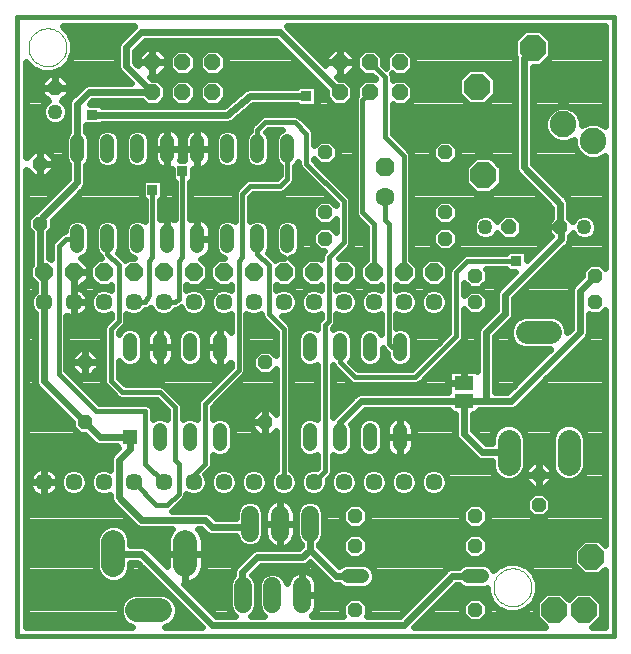
<source format=gtl>
G75*
G70*
%OFA0B0*%
%FSLAX24Y24*%
%IPPOS*%
%LPD*%
%AMOC8*
5,1,8,0,0,1.08239X$1,22.5*
%
%ADD10C,0.0160*%
%ADD11C,0.0000*%
%ADD12OC8,0.0480*%
%ADD13OC8,0.0885*%
%ADD14C,0.0885*%
%ADD15C,0.0480*%
%ADD16OC8,0.0630*%
%ADD17C,0.0630*%
%ADD18OC8,0.0500*%
%ADD19C,0.0500*%
%ADD20C,0.0780*%
%ADD21R,0.0480X0.0480*%
%ADD22C,0.0570*%
%ADD23C,0.0787*%
%ADD24C,0.0600*%
%ADD25OC8,0.0540*%
%ADD26C,0.0591*%
%ADD27OC8,0.0850*%
%ADD28OC8,0.0591*%
%ADD29R,0.0630X0.0460*%
%ADD30C,0.0240*%
%ADD31R,0.0356X0.0356*%
D10*
X000970Y000595D02*
X000970Y021216D01*
X020840Y021216D01*
X020840Y000595D01*
X000970Y000595D01*
X005595Y004970D02*
X004845Y005720D01*
X005220Y006345D02*
X005220Y008095D01*
X003595Y008095D01*
X002345Y009345D01*
X002345Y013595D01*
X002595Y013845D01*
X002970Y013845D01*
X003970Y013845D02*
X003970Y013345D01*
X004345Y012970D01*
X004345Y011095D01*
X004095Y010845D01*
X004095Y009095D01*
X004470Y008720D01*
X005720Y008720D01*
X006220Y008220D01*
X006220Y006470D01*
X006345Y006345D01*
X006345Y005345D01*
X005970Y004970D01*
X005595Y004970D01*
X005845Y005720D02*
X005220Y006345D01*
X006845Y005970D02*
X006845Y005720D01*
X006845Y005970D02*
X007220Y006345D01*
X007220Y008345D01*
X008345Y009470D01*
X008345Y013095D01*
X008470Y013220D01*
X008470Y015345D01*
X008720Y015595D01*
X009720Y015595D01*
X009970Y015845D01*
X009970Y016845D01*
X010595Y016345D02*
X010595Y017345D01*
X010220Y017720D01*
X009220Y017720D01*
X008970Y017470D01*
X008970Y016845D01*
X010595Y016345D02*
X011845Y015095D01*
X011845Y013720D01*
X011345Y013220D01*
X011345Y011095D01*
X011220Y010970D01*
X011220Y006095D01*
X010845Y005720D01*
X009845Y005720D02*
X009845Y010845D01*
X009345Y011345D01*
X009345Y012970D01*
X008970Y013345D01*
X008970Y013845D01*
X006470Y013220D02*
X006345Y013095D01*
X006345Y011845D01*
X006220Y011720D01*
X005845Y011720D01*
X005345Y011970D02*
X005220Y011720D01*
X004845Y011720D01*
X005345Y011970D02*
X005345Y013095D01*
X005470Y013220D01*
X005470Y015470D01*
X006470Y016095D02*
X006470Y013220D01*
X011720Y010220D02*
X011720Y009720D01*
X012220Y009220D01*
X014220Y009220D01*
X015595Y010595D01*
X015595Y012720D01*
X015970Y013095D01*
X017595Y013095D01*
X013845Y012720D02*
X013845Y016595D01*
X013220Y017220D01*
X013220Y019220D01*
X012720Y019720D01*
X012720Y018720D02*
X012470Y018470D01*
X012470Y014720D01*
X012845Y014345D01*
X012845Y012720D01*
X013345Y014345D02*
X013220Y014470D01*
X013220Y015220D01*
X013345Y014345D02*
X013345Y010345D01*
X013470Y010220D01*
X013720Y010220D01*
X010720Y003470D02*
X010658Y003408D01*
X010783Y003408D01*
X008486Y001970D02*
X008470Y001986D01*
D11*
X016840Y002220D02*
X016842Y002270D01*
X016848Y002320D01*
X016858Y002369D01*
X016872Y002417D01*
X016889Y002464D01*
X016910Y002509D01*
X016935Y002553D01*
X016963Y002594D01*
X016995Y002633D01*
X017029Y002670D01*
X017066Y002704D01*
X017106Y002734D01*
X017148Y002761D01*
X017192Y002785D01*
X017238Y002806D01*
X017285Y002822D01*
X017333Y002835D01*
X017383Y002844D01*
X017432Y002849D01*
X017483Y002850D01*
X017533Y002847D01*
X017582Y002840D01*
X017631Y002829D01*
X017679Y002814D01*
X017725Y002796D01*
X017770Y002774D01*
X017813Y002748D01*
X017854Y002719D01*
X017893Y002687D01*
X017929Y002652D01*
X017961Y002614D01*
X017991Y002574D01*
X018018Y002531D01*
X018041Y002487D01*
X018060Y002441D01*
X018076Y002393D01*
X018088Y002344D01*
X018096Y002295D01*
X018100Y002245D01*
X018100Y002195D01*
X018096Y002145D01*
X018088Y002096D01*
X018076Y002047D01*
X018060Y001999D01*
X018041Y001953D01*
X018018Y001909D01*
X017991Y001866D01*
X017961Y001826D01*
X017929Y001788D01*
X017893Y001753D01*
X017854Y001721D01*
X017813Y001692D01*
X017770Y001666D01*
X017725Y001644D01*
X017679Y001626D01*
X017631Y001611D01*
X017582Y001600D01*
X017533Y001593D01*
X017483Y001590D01*
X017432Y001591D01*
X017383Y001596D01*
X017333Y001605D01*
X017285Y001618D01*
X017238Y001634D01*
X017192Y001655D01*
X017148Y001679D01*
X017106Y001706D01*
X017066Y001736D01*
X017029Y001770D01*
X016995Y001807D01*
X016963Y001846D01*
X016935Y001887D01*
X016910Y001931D01*
X016889Y001976D01*
X016872Y002023D01*
X016858Y002071D01*
X016848Y002120D01*
X016842Y002170D01*
X016840Y002220D01*
X001340Y020220D02*
X001342Y020270D01*
X001348Y020320D01*
X001358Y020369D01*
X001372Y020417D01*
X001389Y020464D01*
X001410Y020509D01*
X001435Y020553D01*
X001463Y020594D01*
X001495Y020633D01*
X001529Y020670D01*
X001566Y020704D01*
X001606Y020734D01*
X001648Y020761D01*
X001692Y020785D01*
X001738Y020806D01*
X001785Y020822D01*
X001833Y020835D01*
X001883Y020844D01*
X001932Y020849D01*
X001983Y020850D01*
X002033Y020847D01*
X002082Y020840D01*
X002131Y020829D01*
X002179Y020814D01*
X002225Y020796D01*
X002270Y020774D01*
X002313Y020748D01*
X002354Y020719D01*
X002393Y020687D01*
X002429Y020652D01*
X002461Y020614D01*
X002491Y020574D01*
X002518Y020531D01*
X002541Y020487D01*
X002560Y020441D01*
X002576Y020393D01*
X002588Y020344D01*
X002596Y020295D01*
X002600Y020245D01*
X002600Y020195D01*
X002596Y020145D01*
X002588Y020096D01*
X002576Y020047D01*
X002560Y019999D01*
X002541Y019953D01*
X002518Y019909D01*
X002491Y019866D01*
X002461Y019826D01*
X002429Y019788D01*
X002393Y019753D01*
X002354Y019721D01*
X002313Y019692D01*
X002270Y019666D01*
X002225Y019644D01*
X002179Y019626D01*
X002131Y019611D01*
X002082Y019600D01*
X002033Y019593D01*
X001983Y019590D01*
X001932Y019591D01*
X001883Y019596D01*
X001833Y019605D01*
X001785Y019618D01*
X001738Y019634D01*
X001692Y019655D01*
X001648Y019679D01*
X001606Y019706D01*
X001566Y019736D01*
X001529Y019770D01*
X001495Y019807D01*
X001463Y019846D01*
X001435Y019887D01*
X001410Y019931D01*
X001389Y019976D01*
X001372Y020023D01*
X001358Y020071D01*
X001348Y020120D01*
X001342Y020170D01*
X001340Y020220D01*
D12*
X001720Y016345D03*
X001720Y014345D03*
X003220Y009720D03*
X003220Y007720D03*
X009220Y007720D03*
X009220Y009720D03*
X011220Y013845D03*
X011220Y014720D03*
X011220Y016720D03*
X015220Y016720D03*
X015220Y014720D03*
X015220Y013845D03*
X016220Y012595D03*
X016220Y011720D03*
X020220Y011720D03*
X020220Y012595D03*
X018345Y005970D03*
X018345Y004970D03*
X016220Y004595D03*
X016220Y003595D03*
X016220Y001470D03*
X012220Y001470D03*
X012220Y003595D03*
X012220Y004595D03*
D13*
X016500Y015960D03*
X016290Y018910D03*
X018140Y020190D03*
D14*
X019160Y017650D03*
X020150Y017100D03*
D15*
X013720Y010460D02*
X013720Y009980D01*
X012720Y009980D02*
X012720Y010460D01*
X011720Y010460D02*
X011720Y009980D01*
X010720Y009980D02*
X010720Y010460D01*
X010720Y007460D02*
X010720Y006980D01*
X011720Y006980D02*
X011720Y007460D01*
X012720Y007460D02*
X012720Y006980D01*
X013720Y006980D02*
X013720Y007460D01*
X012460Y002595D02*
X011980Y002595D01*
X015980Y002595D02*
X016460Y002595D01*
X007720Y006980D02*
X007720Y007460D01*
X006720Y007460D02*
X006720Y006980D01*
X005720Y006980D02*
X005720Y007460D01*
X005720Y009980D02*
X005720Y010460D01*
X004720Y010460D02*
X004720Y009980D01*
X006720Y009980D02*
X006720Y010460D01*
X007720Y010460D02*
X007720Y009980D01*
X007970Y013605D02*
X007970Y014085D01*
X006970Y014085D02*
X006970Y013605D01*
X005970Y013605D02*
X005970Y014085D01*
X004970Y014085D02*
X004970Y013605D01*
X003970Y013605D02*
X003970Y014085D01*
X002970Y014085D02*
X002970Y013605D01*
X002970Y016605D02*
X002970Y017085D01*
X003970Y017085D02*
X003970Y016605D01*
X004970Y016605D02*
X004970Y017085D01*
X005970Y017085D02*
X005970Y016605D01*
X006970Y016605D02*
X006970Y017085D01*
X007970Y017085D02*
X007970Y016605D01*
X008970Y016605D02*
X008970Y017085D01*
X009970Y017085D02*
X009970Y016605D01*
X009970Y014085D02*
X009970Y013605D01*
X008970Y013605D02*
X008970Y014085D01*
D16*
X013220Y016220D03*
D17*
X013220Y015220D03*
D18*
X017370Y014220D03*
X019070Y014220D03*
X002220Y018870D03*
D19*
X002220Y018070D03*
X016570Y014220D03*
X019870Y014220D03*
D20*
X018735Y010720D02*
X017955Y010720D01*
X017345Y007110D02*
X017345Y006330D01*
X019345Y006330D02*
X019345Y007110D01*
D21*
X004720Y007220D03*
D22*
X004845Y005720D03*
X003845Y005720D03*
X002845Y005720D03*
X001845Y005720D03*
X005845Y005720D03*
X006845Y005720D03*
X007845Y005720D03*
X008845Y005720D03*
X009845Y005720D03*
X010845Y005720D03*
X011845Y005720D03*
X012845Y005720D03*
X013845Y005720D03*
X014845Y005720D03*
X014845Y011720D03*
X013845Y011720D03*
X012845Y011720D03*
X011845Y011720D03*
X010845Y011720D03*
X009845Y011720D03*
X008845Y011720D03*
X007845Y011720D03*
X006845Y011720D03*
X005845Y011720D03*
X004845Y011720D03*
X003845Y011720D03*
X002845Y011720D03*
X001845Y011720D03*
D23*
X004164Y003739D02*
X004164Y002951D01*
X004951Y001455D02*
X005739Y001455D01*
X006565Y002951D02*
X006565Y003739D01*
D24*
X008720Y004045D02*
X008720Y004645D01*
X009720Y004645D02*
X009720Y004045D01*
X010720Y004045D02*
X010720Y004645D01*
D25*
X011720Y018720D03*
X011720Y019720D03*
X012720Y019720D03*
X012720Y018720D03*
X013720Y018720D03*
X013720Y019720D03*
X007470Y019720D03*
X007470Y018720D03*
X006470Y018720D03*
X006470Y019720D03*
X005470Y019720D03*
X005470Y018720D03*
D26*
X008486Y002265D02*
X008486Y001675D01*
X009470Y001675D02*
X009470Y002265D01*
X010454Y002265D02*
X010454Y001675D01*
D27*
X018845Y001470D03*
X019845Y001470D03*
X020095Y003220D03*
D28*
X014845Y012720D03*
X013845Y012720D03*
X012845Y012720D03*
X011845Y012720D03*
X010845Y012720D03*
X009845Y012720D03*
X008845Y012720D03*
X007845Y012720D03*
X006845Y012720D03*
X005845Y012720D03*
X004845Y012720D03*
X003845Y012720D03*
X002845Y012720D03*
X001845Y012720D03*
D29*
X015845Y009020D03*
X015845Y008420D03*
D30*
X016595Y008420D01*
X016595Y010720D01*
X017220Y011345D01*
X017220Y011970D01*
X019095Y013845D01*
X019095Y014195D01*
X019070Y014220D01*
X019070Y014995D01*
X017845Y016220D01*
X017845Y019860D01*
X018140Y020190D01*
X018581Y020629D02*
X020540Y020629D01*
X020540Y020391D02*
X018762Y020391D01*
X018762Y020448D02*
X018398Y020812D01*
X017882Y020812D01*
X017518Y020448D01*
X017518Y019932D01*
X017543Y019906D01*
X017542Y019903D01*
X017545Y019852D01*
X017545Y016160D01*
X017591Y016050D01*
X018770Y014871D01*
X018770Y014528D01*
X018640Y014398D01*
X018640Y014042D01*
X018754Y013928D01*
X017953Y013127D01*
X017953Y013348D01*
X017848Y013453D01*
X017342Y013453D01*
X017244Y013355D01*
X015918Y013355D01*
X015823Y013315D01*
X015750Y013242D01*
X015448Y012940D01*
X015375Y012867D01*
X015335Y012772D01*
X015335Y010703D01*
X014112Y009480D01*
X012328Y009480D01*
X012071Y009737D01*
X012076Y009742D01*
X012140Y009896D01*
X012140Y010544D01*
X012076Y010698D01*
X011958Y010816D01*
X011804Y010880D01*
X011636Y010880D01*
X011482Y010816D01*
X011480Y010814D01*
X011480Y010862D01*
X011492Y010875D01*
X011565Y010948D01*
X011605Y011043D01*
X011605Y011316D01*
X011753Y011255D01*
X011937Y011255D01*
X012108Y011326D01*
X012239Y011457D01*
X012310Y011628D01*
X012310Y011812D01*
X012239Y011983D01*
X012108Y012114D01*
X011937Y012185D01*
X011753Y012185D01*
X011605Y012124D01*
X011605Y012288D01*
X011648Y012245D01*
X012042Y012245D01*
X012320Y012523D01*
X012320Y012917D01*
X012042Y013195D01*
X011688Y013195D01*
X011992Y013500D01*
X012065Y013573D01*
X012105Y013668D01*
X012105Y015147D01*
X012065Y015242D01*
X010855Y016453D01*
X010855Y016491D01*
X011046Y016300D01*
X011394Y016300D01*
X011640Y016546D01*
X011640Y016894D01*
X011394Y017140D01*
X011046Y017140D01*
X010855Y016949D01*
X010855Y017397D01*
X010815Y017492D01*
X010440Y017867D01*
X010367Y017940D01*
X010272Y017980D01*
X009168Y017980D01*
X009073Y017940D01*
X008823Y017690D01*
X008750Y017617D01*
X008710Y017522D01*
X008710Y017419D01*
X008614Y017323D01*
X008550Y017169D01*
X008550Y016521D01*
X008614Y016367D01*
X008732Y016249D01*
X008886Y016185D01*
X009054Y016185D01*
X009208Y016249D01*
X009326Y016367D01*
X009390Y016521D01*
X009390Y017169D01*
X009326Y017323D01*
X009258Y017391D01*
X009328Y017460D01*
X009778Y017460D01*
X009732Y017441D01*
X009614Y017323D01*
X009550Y017169D01*
X009550Y016521D01*
X009614Y016367D01*
X009710Y016271D01*
X009710Y015953D01*
X009612Y015855D01*
X008668Y015855D01*
X008573Y015815D01*
X008323Y015565D01*
X008250Y015492D01*
X008210Y015397D01*
X008210Y014439D01*
X008208Y014441D01*
X008054Y014505D01*
X007886Y014505D01*
X007732Y014441D01*
X007614Y014323D01*
X007550Y014169D01*
X007550Y013521D01*
X007614Y013367D01*
X007732Y013249D01*
X007862Y013195D01*
X007648Y013195D01*
X007370Y012917D01*
X007370Y012523D01*
X007648Y012245D01*
X008042Y012245D01*
X008085Y012288D01*
X008085Y012124D01*
X007937Y012185D01*
X007753Y012185D01*
X007582Y012114D01*
X007451Y011983D01*
X007380Y011812D01*
X007380Y011628D01*
X007451Y011457D01*
X007582Y011326D01*
X007753Y011255D01*
X007937Y011255D01*
X008085Y011316D01*
X008085Y010740D01*
X008071Y010760D01*
X008020Y010811D01*
X007961Y010853D01*
X007897Y010886D01*
X007828Y010909D01*
X007756Y010920D01*
X007720Y010920D01*
X007720Y010220D01*
X007720Y010220D01*
X007720Y009520D01*
X007756Y009520D01*
X007828Y009531D01*
X007897Y009554D01*
X007961Y009587D01*
X008020Y009629D01*
X008071Y009680D01*
X008085Y009700D01*
X008085Y009578D01*
X007073Y008565D01*
X007000Y008492D01*
X006960Y008397D01*
X006960Y007814D01*
X006958Y007816D01*
X006804Y007880D01*
X006636Y007880D01*
X006482Y007816D01*
X006480Y007814D01*
X006480Y008272D01*
X006440Y008367D01*
X006367Y008440D01*
X005867Y008940D01*
X005772Y008980D01*
X004578Y008980D01*
X004355Y009203D01*
X004355Y009764D01*
X004364Y009742D01*
X004482Y009624D01*
X004636Y009560D01*
X004804Y009560D01*
X004958Y009624D01*
X005076Y009742D01*
X005140Y009896D01*
X005140Y010544D01*
X005076Y010698D01*
X004958Y010816D01*
X004804Y010880D01*
X004636Y010880D01*
X004482Y010816D01*
X004364Y010698D01*
X004355Y010676D01*
X004355Y010737D01*
X004565Y010948D01*
X004605Y011043D01*
X004605Y011316D01*
X004753Y011255D01*
X004937Y011255D01*
X005108Y011326D01*
X005239Y011457D01*
X005240Y011458D01*
X005253Y011457D01*
X005262Y011460D01*
X005272Y011460D01*
X005311Y011476D01*
X005351Y011490D01*
X005358Y011496D01*
X005367Y011500D01*
X005397Y011530D01*
X005414Y011544D01*
X005451Y011457D01*
X005582Y011326D01*
X005753Y011255D01*
X005937Y011255D01*
X006108Y011326D01*
X006239Y011457D01*
X006241Y011460D01*
X006272Y011460D01*
X006367Y011500D01*
X006414Y011546D01*
X006451Y011457D01*
X006582Y011326D01*
X006753Y011255D01*
X006937Y011255D01*
X007108Y011326D01*
X007239Y011457D01*
X007310Y011628D01*
X007310Y011812D01*
X007239Y011983D01*
X007108Y012114D01*
X006937Y012185D01*
X006753Y012185D01*
X006605Y012124D01*
X006605Y012288D01*
X006648Y012245D01*
X007042Y012245D01*
X007320Y012523D01*
X007320Y012917D01*
X007080Y013157D01*
X007147Y013179D01*
X007211Y013212D01*
X007270Y013254D01*
X007321Y013305D01*
X007363Y013364D01*
X007396Y013428D01*
X007419Y013497D01*
X007430Y013569D01*
X007430Y013845D01*
X007430Y014121D01*
X007419Y014193D01*
X007396Y014262D01*
X007363Y014326D01*
X007321Y014385D01*
X007270Y014436D01*
X007211Y014478D01*
X007147Y014511D01*
X007078Y014534D01*
X007006Y014545D01*
X006970Y014545D01*
X006970Y013845D01*
X006970Y013845D01*
X007430Y013845D01*
X006970Y013845D01*
X006970Y013845D01*
X006970Y014545D01*
X006934Y014545D01*
X006862Y014534D01*
X006793Y014511D01*
X006730Y014479D01*
X006730Y015744D01*
X006828Y015842D01*
X006828Y016167D01*
X006862Y016156D01*
X006934Y016145D01*
X006970Y016145D01*
X007006Y016145D01*
X007078Y016156D01*
X007147Y016179D01*
X007211Y016212D01*
X007270Y016254D01*
X007321Y016305D01*
X007363Y016364D01*
X007396Y016428D01*
X007419Y016497D01*
X007430Y016569D01*
X007430Y016845D01*
X007430Y017121D01*
X007419Y017193D01*
X007396Y017262D01*
X007363Y017326D01*
X007321Y017385D01*
X007270Y017436D01*
X007211Y017478D01*
X007147Y017511D01*
X007078Y017534D01*
X007006Y017545D01*
X006970Y017545D01*
X006970Y016845D01*
X006970Y016845D01*
X007430Y016845D01*
X006970Y016845D01*
X006970Y016845D01*
X006970Y016845D01*
X006510Y016845D01*
X006510Y017121D01*
X006521Y017193D01*
X006544Y017262D01*
X006577Y017326D01*
X006619Y017385D01*
X006670Y017436D01*
X006729Y017478D01*
X006793Y017511D01*
X006862Y017534D01*
X006934Y017545D01*
X006970Y017545D01*
X006970Y016845D01*
X006970Y016145D01*
X006970Y016845D01*
X006970Y016845D01*
X006510Y016845D01*
X006510Y016569D01*
X006521Y016497D01*
X006536Y016453D01*
X006404Y016453D01*
X006419Y016497D01*
X006430Y016569D01*
X006430Y016845D01*
X006430Y017121D01*
X006419Y017193D01*
X006396Y017262D01*
X006363Y017326D01*
X006321Y017385D01*
X006270Y017436D01*
X006211Y017478D01*
X006147Y017511D01*
X006078Y017534D01*
X006006Y017545D01*
X005970Y017545D01*
X005970Y016845D01*
X005970Y016845D01*
X006430Y016845D01*
X005970Y016845D01*
X005970Y016845D01*
X005970Y016145D01*
X006006Y016145D01*
X006078Y016156D01*
X006112Y016167D01*
X006112Y015842D01*
X006210Y015744D01*
X006210Y014479D01*
X006147Y014511D01*
X006078Y014534D01*
X006006Y014545D01*
X005970Y014545D01*
X005970Y013845D01*
X005970Y013845D01*
X005970Y014545D01*
X005934Y014545D01*
X005862Y014534D01*
X005793Y014511D01*
X005730Y014479D01*
X005730Y015119D01*
X005828Y015217D01*
X005828Y015723D01*
X005723Y015828D01*
X005217Y015828D01*
X005112Y015723D01*
X005112Y015217D01*
X005210Y015119D01*
X005210Y014439D01*
X005208Y014441D01*
X005054Y014505D01*
X004886Y014505D01*
X004732Y014441D01*
X004614Y014323D01*
X004550Y014169D01*
X004550Y013521D01*
X004614Y013367D01*
X004732Y013249D01*
X004862Y013195D01*
X004648Y013195D01*
X004567Y013114D01*
X004565Y013117D01*
X004492Y013190D01*
X004321Y013362D01*
X004326Y013367D01*
X004390Y013521D01*
X004390Y014169D01*
X004326Y014323D01*
X004208Y014441D01*
X004054Y014505D01*
X003886Y014505D01*
X003732Y014441D01*
X003614Y014323D01*
X003550Y014169D01*
X003550Y013521D01*
X003614Y013367D01*
X003726Y013255D01*
X003750Y013198D01*
X003752Y013195D01*
X003648Y013195D01*
X003370Y012917D01*
X003370Y012523D01*
X003648Y012245D01*
X004042Y012245D01*
X004085Y012288D01*
X004085Y012124D01*
X003937Y012185D01*
X003753Y012185D01*
X003582Y012114D01*
X003451Y011983D01*
X003380Y011812D01*
X003380Y011628D01*
X003451Y011457D01*
X003582Y011326D01*
X003753Y011255D01*
X003937Y011255D01*
X004085Y011316D01*
X004085Y011203D01*
X003948Y011065D01*
X003875Y010992D01*
X003835Y010897D01*
X003835Y009043D01*
X003875Y008948D01*
X004250Y008573D01*
X004323Y008500D01*
X004418Y008460D01*
X005612Y008460D01*
X005960Y008112D01*
X005960Y007814D01*
X005958Y007816D01*
X005804Y007880D01*
X005636Y007880D01*
X005482Y007816D01*
X005480Y007814D01*
X005480Y008147D01*
X005440Y008242D01*
X005367Y008315D01*
X005272Y008355D01*
X003703Y008355D01*
X002605Y009453D01*
X002605Y011276D01*
X002651Y011252D01*
X002727Y011227D01*
X002805Y011215D01*
X002845Y011215D01*
X002885Y011215D01*
X002963Y011227D01*
X003039Y011252D01*
X003110Y011288D01*
X003174Y011335D01*
X003230Y011391D01*
X003277Y011455D01*
X003313Y011526D01*
X003338Y011602D01*
X003350Y011680D01*
X003350Y011720D01*
X003350Y011760D01*
X003338Y011838D01*
X003313Y011914D01*
X003277Y011985D01*
X003230Y012049D01*
X003174Y012105D01*
X003110Y012152D01*
X003039Y012188D01*
X002987Y012205D01*
X003058Y012205D01*
X003360Y012507D01*
X003360Y012720D01*
X003360Y012933D01*
X003093Y013201D01*
X003208Y013249D01*
X003326Y013367D01*
X003390Y013521D01*
X003390Y014169D01*
X003326Y014323D01*
X003208Y014441D01*
X003054Y014505D01*
X002886Y014505D01*
X002732Y014441D01*
X002614Y014323D01*
X002550Y014169D01*
X002550Y014105D01*
X002543Y014105D01*
X002448Y014065D01*
X002375Y013992D01*
X002125Y013742D01*
X002085Y013647D01*
X002085Y013152D01*
X002042Y013195D01*
X002020Y013195D01*
X002020Y014051D01*
X002140Y014171D01*
X002140Y014466D01*
X003140Y015466D01*
X003224Y015550D01*
X003270Y015660D01*
X003270Y016311D01*
X003326Y016367D01*
X003390Y016521D01*
X003390Y017169D01*
X003326Y017323D01*
X003270Y017379D01*
X003270Y017612D01*
X003723Y017612D01*
X003781Y017670D01*
X007956Y017670D01*
X008002Y017666D01*
X008016Y017670D01*
X008030Y017670D01*
X008072Y017688D01*
X008116Y017701D01*
X008127Y017710D01*
X008140Y017716D01*
X008173Y017748D01*
X008829Y018295D01*
X010284Y018295D01*
X010342Y018237D01*
X010848Y018237D01*
X010953Y018342D01*
X010953Y018848D01*
X010848Y018953D01*
X010342Y018953D01*
X010284Y018895D01*
X008734Y018895D01*
X008688Y018899D01*
X008674Y018895D01*
X008660Y018895D01*
X008618Y018877D01*
X008574Y018864D01*
X008563Y018855D01*
X008550Y018849D01*
X008517Y018817D01*
X007861Y018270D01*
X003781Y018270D01*
X003723Y018328D01*
X003377Y018328D01*
X003469Y018420D01*
X005134Y018420D01*
X005284Y018270D01*
X005656Y018270D01*
X005920Y018534D01*
X005920Y018906D01*
X005656Y019170D01*
X005444Y019170D01*
X005384Y019230D01*
X005470Y019230D01*
X005673Y019230D01*
X005960Y019517D01*
X005960Y019720D01*
X005960Y019923D01*
X005673Y020210D01*
X005470Y020210D01*
X005470Y019720D01*
X005470Y019720D01*
X005960Y019720D01*
X005470Y019720D01*
X005470Y019720D01*
X005470Y019720D01*
X004980Y019720D01*
X004980Y019923D01*
X005267Y020210D01*
X005470Y020210D01*
X005470Y019720D01*
X005470Y019230D01*
X005470Y019720D01*
X005470Y019720D01*
X004980Y019720D01*
X004980Y019634D01*
X004895Y019719D01*
X004895Y020096D01*
X005219Y020420D01*
X009596Y020420D01*
X011270Y018746D01*
X011270Y018534D01*
X011534Y018270D01*
X011906Y018270D01*
X012170Y018534D01*
X012170Y018906D01*
X011906Y019170D01*
X011694Y019170D01*
X011634Y019230D01*
X011720Y019230D01*
X011923Y019230D01*
X012210Y019517D01*
X012210Y019720D01*
X012210Y019923D01*
X011923Y020210D01*
X011720Y020210D01*
X011720Y019720D01*
X011720Y019720D01*
X012210Y019720D01*
X011720Y019720D01*
X011720Y019720D01*
X011720Y019720D01*
X011230Y019720D01*
X011230Y019923D01*
X011517Y020210D01*
X011720Y020210D01*
X011720Y019720D01*
X011720Y019230D01*
X011720Y019720D01*
X011720Y019720D01*
X011230Y019720D01*
X011230Y019634D01*
X009948Y020916D01*
X020540Y020916D01*
X020540Y017590D01*
X020503Y017628D01*
X020274Y017722D01*
X020026Y017722D01*
X019797Y017628D01*
X019782Y017613D01*
X019782Y017774D01*
X019688Y018003D01*
X019513Y018178D01*
X019284Y018272D01*
X019036Y018272D01*
X018807Y018178D01*
X018632Y018003D01*
X018538Y017774D01*
X018538Y017526D01*
X018632Y017297D01*
X018807Y017122D01*
X019036Y017028D01*
X019284Y017028D01*
X019513Y017122D01*
X019528Y017137D01*
X019528Y016976D01*
X019622Y016747D01*
X019797Y016572D01*
X020026Y016478D01*
X020274Y016478D01*
X020503Y016572D01*
X020540Y016610D01*
X020540Y012869D01*
X020394Y013015D01*
X020046Y013015D01*
X019800Y012769D01*
X019800Y012599D01*
X019550Y012349D01*
X019466Y012265D01*
X019420Y012155D01*
X019420Y010844D01*
X019305Y010729D01*
X019305Y010833D01*
X019218Y011043D01*
X019058Y011203D01*
X018848Y011290D01*
X017842Y011290D01*
X017632Y011203D01*
X017472Y011043D01*
X017385Y010833D01*
X017385Y010607D01*
X017472Y010397D01*
X017632Y010237D01*
X017842Y010150D01*
X018726Y010150D01*
X017296Y008720D01*
X016895Y008720D01*
X016895Y010596D01*
X017474Y011175D01*
X017520Y011285D01*
X017520Y011846D01*
X019349Y013675D01*
X019395Y013785D01*
X019395Y013937D01*
X019485Y014027D01*
X019505Y013976D01*
X019626Y013855D01*
X019784Y013790D01*
X019956Y013790D01*
X020114Y013855D01*
X020235Y013976D01*
X020300Y014134D01*
X020300Y014306D01*
X020235Y014464D01*
X020114Y014585D01*
X019956Y014650D01*
X019784Y014650D01*
X019626Y014585D01*
X019505Y014464D01*
X019485Y014413D01*
X019370Y014528D01*
X019370Y015055D01*
X019324Y015165D01*
X019240Y015249D01*
X018145Y016344D01*
X018145Y019568D01*
X018398Y019568D01*
X018762Y019932D01*
X018762Y020448D01*
X018762Y020152D02*
X020540Y020152D01*
X020540Y019914D02*
X018744Y019914D01*
X018505Y019675D02*
X020540Y019675D01*
X020540Y019437D02*
X018145Y019437D01*
X018145Y019198D02*
X020540Y019198D01*
X020540Y018960D02*
X018145Y018960D01*
X018145Y018721D02*
X020540Y018721D01*
X020540Y018483D02*
X018145Y018483D01*
X018145Y018244D02*
X018967Y018244D01*
X019353Y018244D02*
X020540Y018244D01*
X020540Y018006D02*
X019685Y018006D01*
X019782Y017767D02*
X020540Y017767D01*
X019528Y017052D02*
X019342Y017052D01*
X019595Y016813D02*
X018145Y016813D01*
X018145Y016575D02*
X019795Y016575D01*
X020505Y016575D02*
X020540Y016575D01*
X020540Y016336D02*
X018153Y016336D01*
X018392Y016098D02*
X020540Y016098D01*
X020540Y015859D02*
X018630Y015859D01*
X018869Y015621D02*
X020540Y015621D01*
X020540Y015382D02*
X019107Y015382D01*
X019333Y015144D02*
X020540Y015144D01*
X020540Y014905D02*
X019370Y014905D01*
X019370Y014667D02*
X020540Y014667D01*
X020540Y014428D02*
X020249Y014428D01*
X020300Y014190D02*
X020540Y014190D01*
X020540Y013951D02*
X020209Y013951D01*
X020540Y013713D02*
X019365Y013713D01*
X019409Y013951D02*
X019531Y013951D01*
X019491Y014428D02*
X019470Y014428D01*
X018770Y014667D02*
X015640Y014667D01*
X015640Y014546D02*
X015394Y014300D01*
X015046Y014300D01*
X014800Y014546D01*
X014800Y014894D01*
X015046Y015140D01*
X015394Y015140D01*
X015640Y014894D01*
X015640Y014546D01*
X015522Y014428D02*
X016191Y014428D01*
X016205Y014464D02*
X016140Y014306D01*
X016140Y014134D01*
X016205Y013976D01*
X016326Y013855D01*
X016484Y013790D01*
X016656Y013790D01*
X016814Y013855D01*
X016935Y013976D01*
X016955Y014027D01*
X017192Y013790D01*
X017548Y013790D01*
X017800Y014042D01*
X017800Y014398D01*
X017548Y014650D01*
X017192Y014650D01*
X016955Y014413D01*
X016935Y014464D01*
X016814Y014585D01*
X016656Y014650D01*
X016484Y014650D01*
X016326Y014585D01*
X016205Y014464D01*
X016140Y014190D02*
X015469Y014190D01*
X015394Y014265D02*
X015640Y014019D01*
X015640Y013671D01*
X015394Y013425D01*
X015046Y013425D01*
X014800Y013671D01*
X014800Y014019D01*
X015046Y014265D01*
X015394Y014265D01*
X015640Y013951D02*
X016231Y013951D01*
X015640Y013713D02*
X018538Y013713D01*
X018731Y013951D02*
X017709Y013951D01*
X017800Y014190D02*
X018640Y014190D01*
X018670Y014428D02*
X017770Y014428D01*
X016970Y014428D02*
X016949Y014428D01*
X016909Y013951D02*
X017031Y013951D01*
X017953Y013236D02*
X018061Y013236D01*
X018300Y013474D02*
X015443Y013474D01*
X015743Y013236D02*
X014105Y013236D01*
X014105Y013132D02*
X014105Y016647D01*
X014065Y016742D01*
X013992Y016815D01*
X013480Y017328D01*
X013480Y018324D01*
X013534Y018270D01*
X013906Y018270D01*
X014170Y018534D01*
X014170Y018906D01*
X013906Y019170D01*
X013534Y019170D01*
X013480Y019116D01*
X013480Y019272D01*
X013443Y019360D01*
X013534Y019270D01*
X013906Y019270D01*
X014170Y019534D01*
X014170Y019906D01*
X013906Y020170D01*
X013534Y020170D01*
X013270Y019906D01*
X013270Y019538D01*
X013170Y019638D01*
X013170Y019906D01*
X012906Y020170D01*
X012534Y020170D01*
X012270Y019906D01*
X012270Y019534D01*
X012534Y019270D01*
X012802Y019270D01*
X012902Y019170D01*
X012534Y019170D01*
X012270Y018906D01*
X012270Y018638D01*
X012250Y018617D01*
X012210Y018522D01*
X012210Y014668D01*
X012250Y014573D01*
X012585Y014237D01*
X012585Y013132D01*
X012370Y012917D01*
X012370Y012523D01*
X012648Y012245D01*
X013042Y012245D01*
X013085Y012288D01*
X013085Y012124D01*
X012937Y012185D01*
X012753Y012185D01*
X012582Y012114D01*
X012451Y011983D01*
X012380Y011812D01*
X012380Y011628D01*
X012451Y011457D01*
X012582Y011326D01*
X012753Y011255D01*
X012937Y011255D01*
X013085Y011316D01*
X013085Y010676D01*
X013076Y010698D01*
X012958Y010816D01*
X012804Y010880D01*
X012636Y010880D01*
X012482Y010816D01*
X012364Y010698D01*
X012300Y010544D01*
X012300Y009896D01*
X012364Y009742D01*
X012482Y009624D01*
X012636Y009560D01*
X012804Y009560D01*
X012958Y009624D01*
X013076Y009742D01*
X013140Y009896D01*
X013140Y010182D01*
X013198Y010125D01*
X013300Y010022D01*
X013300Y009896D01*
X013364Y009742D01*
X013482Y009624D01*
X013636Y009560D01*
X013804Y009560D01*
X013958Y009624D01*
X014076Y009742D01*
X014140Y009896D01*
X014140Y010544D01*
X014076Y010698D01*
X013958Y010816D01*
X013804Y010880D01*
X013636Y010880D01*
X013605Y010867D01*
X013605Y011316D01*
X013753Y011255D01*
X013937Y011255D01*
X014108Y011326D01*
X014239Y011457D01*
X014310Y011628D01*
X014310Y011812D01*
X014239Y011983D01*
X014108Y012114D01*
X013937Y012185D01*
X013753Y012185D01*
X013605Y012124D01*
X013605Y012288D01*
X013648Y012245D01*
X014042Y012245D01*
X014320Y012523D01*
X014320Y012917D01*
X014105Y013132D01*
X014240Y012997D02*
X014450Y012997D01*
X014370Y012917D02*
X014648Y013195D01*
X015042Y013195D01*
X015320Y012917D01*
X015320Y012523D01*
X015042Y012245D01*
X014648Y012245D01*
X014370Y012523D01*
X014370Y012917D01*
X014370Y012759D02*
X014320Y012759D01*
X014317Y012520D02*
X014373Y012520D01*
X014611Y012282D02*
X014079Y012282D01*
X014180Y012043D02*
X014510Y012043D01*
X014451Y011983D02*
X014380Y011812D01*
X014380Y011628D01*
X014451Y011457D01*
X014582Y011326D01*
X014753Y011255D01*
X014937Y011255D01*
X015108Y011326D01*
X015239Y011457D01*
X015310Y011628D01*
X015310Y011812D01*
X015239Y011983D01*
X015108Y012114D01*
X014937Y012185D01*
X014753Y012185D01*
X014582Y012114D01*
X014451Y011983D01*
X014380Y011805D02*
X014310Y011805D01*
X014285Y011566D02*
X014405Y011566D01*
X014580Y011328D02*
X014110Y011328D01*
X013875Y010851D02*
X015335Y010851D01*
X015335Y011089D02*
X013605Y011089D01*
X014112Y010612D02*
X015244Y010612D01*
X015006Y010374D02*
X014140Y010374D01*
X014140Y010135D02*
X014767Y010135D01*
X014529Y009897D02*
X014140Y009897D01*
X013992Y009658D02*
X014290Y009658D01*
X014549Y009181D02*
X015310Y009181D01*
X015310Y009279D02*
X015310Y009020D01*
X015845Y009020D01*
X015845Y009020D01*
X015845Y009470D01*
X016189Y009470D01*
X016245Y009455D01*
X016295Y009426D01*
X016295Y010780D01*
X016341Y010890D01*
X016425Y010974D01*
X016425Y010974D01*
X016920Y011469D01*
X016920Y012030D01*
X016966Y012140D01*
X017563Y012737D01*
X017342Y012737D01*
X017244Y012835D01*
X016574Y012835D01*
X016640Y012769D01*
X016640Y012421D01*
X016394Y012175D01*
X016046Y012175D01*
X015855Y012366D01*
X015855Y011949D01*
X016046Y012140D01*
X016394Y012140D01*
X016640Y011894D01*
X016640Y011546D01*
X016394Y011300D01*
X016046Y011300D01*
X015855Y011491D01*
X015855Y010543D01*
X015815Y010448D01*
X014440Y009073D01*
X014367Y009000D01*
X014272Y008960D01*
X012168Y008960D01*
X012073Y009000D01*
X011573Y009500D01*
X011500Y009573D01*
X011480Y009620D01*
X011480Y007904D01*
X011550Y007974D01*
X012166Y008590D01*
X012166Y008590D01*
X012250Y008674D01*
X012360Y008720D01*
X015321Y008720D01*
X015310Y008761D01*
X015310Y009020D01*
X015845Y009020D01*
X015845Y009020D01*
X015845Y009470D01*
X015501Y009470D01*
X015445Y009455D01*
X015395Y009426D01*
X015354Y009385D01*
X015325Y009335D01*
X015310Y009279D01*
X015388Y009420D02*
X014787Y009420D01*
X015026Y009658D02*
X016295Y009658D01*
X016295Y009897D02*
X015264Y009897D01*
X015503Y010135D02*
X016295Y010135D01*
X016295Y010374D02*
X015741Y010374D01*
X015855Y010612D02*
X016295Y010612D01*
X016324Y010851D02*
X015855Y010851D01*
X015855Y011089D02*
X016540Y011089D01*
X016421Y011328D02*
X016778Y011328D01*
X016640Y011566D02*
X016920Y011566D01*
X016920Y011805D02*
X016640Y011805D01*
X016491Y012043D02*
X016926Y012043D01*
X017107Y012282D02*
X016500Y012282D01*
X016640Y012520D02*
X017346Y012520D01*
X017321Y012759D02*
X016640Y012759D01*
X015940Y012282D02*
X015855Y012282D01*
X015855Y012043D02*
X015949Y012043D01*
X015335Y012043D02*
X015180Y012043D01*
X015079Y012282D02*
X015335Y012282D01*
X015317Y012520D02*
X015335Y012520D01*
X015320Y012759D02*
X015335Y012759D01*
X015240Y012997D02*
X015504Y012997D01*
X015750Y013242D02*
X015750Y013242D01*
X014997Y013474D02*
X014105Y013474D01*
X014105Y013713D02*
X014800Y013713D01*
X014800Y013951D02*
X014105Y013951D01*
X014105Y014190D02*
X014971Y014190D01*
X014918Y014428D02*
X014105Y014428D01*
X014105Y014667D02*
X014800Y014667D01*
X014811Y014905D02*
X014105Y014905D01*
X014105Y015144D02*
X018497Y015144D01*
X018259Y015382D02*
X016802Y015382D01*
X016758Y015338D02*
X017122Y015702D01*
X017122Y016218D01*
X016758Y016582D01*
X016242Y016582D01*
X015878Y016218D01*
X015878Y015702D01*
X016242Y015338D01*
X016758Y015338D01*
X017041Y015621D02*
X018020Y015621D01*
X017782Y015859D02*
X017122Y015859D01*
X017122Y016098D02*
X017571Y016098D01*
X017545Y016336D02*
X017004Y016336D01*
X016766Y016575D02*
X017545Y016575D01*
X017545Y016813D02*
X015640Y016813D01*
X015640Y016894D02*
X015394Y017140D01*
X015046Y017140D01*
X014800Y016894D01*
X014800Y016546D01*
X015046Y016300D01*
X015394Y016300D01*
X015640Y016546D01*
X015640Y016894D01*
X015482Y017052D02*
X017545Y017052D01*
X017545Y017290D02*
X013518Y017290D01*
X013480Y017529D02*
X017545Y017529D01*
X017545Y017767D02*
X013480Y017767D01*
X013480Y018006D02*
X017545Y018006D01*
X017545Y018244D02*
X013480Y018244D01*
X014119Y018483D02*
X015837Y018483D01*
X015668Y018652D02*
X016032Y018288D01*
X016548Y018288D01*
X016912Y018652D01*
X016912Y019168D01*
X016548Y019532D01*
X016032Y019532D01*
X015668Y019168D01*
X015668Y018652D01*
X015668Y018721D02*
X014170Y018721D01*
X014117Y018960D02*
X015668Y018960D01*
X015698Y019198D02*
X013480Y019198D01*
X013270Y019675D02*
X013170Y019675D01*
X013163Y019914D02*
X013277Y019914D01*
X013516Y020152D02*
X012924Y020152D01*
X012516Y020152D02*
X011981Y020152D01*
X011720Y020152D02*
X011720Y020152D01*
X011720Y019914D02*
X011720Y019914D01*
X011720Y019675D02*
X011720Y019675D01*
X011720Y019437D02*
X011720Y019437D01*
X011666Y019198D02*
X012874Y019198D01*
X012367Y019437D02*
X012129Y019437D01*
X012210Y019675D02*
X012270Y019675D01*
X012277Y019914D02*
X012210Y019914D01*
X011459Y020152D02*
X010712Y020152D01*
X010474Y020391D02*
X017518Y020391D01*
X017518Y020152D02*
X013924Y020152D01*
X014163Y019914D02*
X017536Y019914D01*
X017545Y019675D02*
X014170Y019675D01*
X014073Y019437D02*
X015936Y019437D01*
X016644Y019437D02*
X017545Y019437D01*
X017545Y019198D02*
X016882Y019198D01*
X016912Y018960D02*
X017545Y018960D01*
X017545Y018721D02*
X016912Y018721D01*
X016743Y018483D02*
X017545Y018483D01*
X018145Y018006D02*
X018635Y018006D01*
X018538Y017767D02*
X018145Y017767D01*
X018145Y017529D02*
X018538Y017529D01*
X018640Y017290D02*
X018145Y017290D01*
X018145Y017052D02*
X018978Y017052D01*
X018736Y014905D02*
X015629Y014905D01*
X016198Y015382D02*
X014105Y015382D01*
X014105Y015621D02*
X015959Y015621D01*
X015878Y015859D02*
X014105Y015859D01*
X014105Y016098D02*
X015878Y016098D01*
X015996Y016336D02*
X015430Y016336D01*
X015640Y016575D02*
X016234Y016575D01*
X015010Y016336D02*
X014105Y016336D01*
X014105Y016575D02*
X014800Y016575D01*
X014800Y016813D02*
X013995Y016813D01*
X013756Y017052D02*
X014958Y017052D01*
X012323Y018960D02*
X012117Y018960D01*
X012170Y018721D02*
X012270Y018721D01*
X012210Y018483D02*
X012119Y018483D01*
X012210Y018244D02*
X010855Y018244D01*
X010953Y018483D02*
X011321Y018483D01*
X011270Y018721D02*
X010953Y018721D01*
X011056Y018960D02*
X007867Y018960D01*
X007920Y018906D02*
X007656Y019170D01*
X007284Y019170D01*
X007020Y018906D01*
X007020Y018534D01*
X007284Y018270D01*
X007656Y018270D01*
X007920Y018534D01*
X007920Y018906D01*
X007920Y018721D02*
X008403Y018721D01*
X008720Y018595D02*
X007970Y017970D01*
X003470Y017970D01*
X003270Y017529D02*
X005846Y017529D01*
X005862Y017534D02*
X005793Y017511D01*
X005729Y017478D01*
X005670Y017436D01*
X005619Y017385D01*
X005577Y017326D01*
X005544Y017262D01*
X005521Y017193D01*
X005510Y017121D01*
X005510Y016845D01*
X005970Y016845D01*
X005970Y016845D01*
X005970Y016845D01*
X005970Y017545D01*
X005934Y017545D01*
X005862Y017534D01*
X005970Y017529D02*
X005970Y017529D01*
X006094Y017529D02*
X006846Y017529D01*
X006970Y017529D02*
X006970Y017529D01*
X007094Y017529D02*
X008713Y017529D01*
X008600Y017290D02*
X008340Y017290D01*
X008326Y017323D02*
X008208Y017441D01*
X008054Y017505D01*
X007886Y017505D01*
X007732Y017441D01*
X007614Y017323D01*
X007550Y017169D01*
X007550Y016521D01*
X007614Y016367D01*
X007732Y016249D01*
X007886Y016185D01*
X008054Y016185D01*
X008208Y016249D01*
X008326Y016367D01*
X008390Y016521D01*
X008390Y017169D01*
X008326Y017323D01*
X008390Y017052D02*
X008550Y017052D01*
X008550Y016813D02*
X008390Y016813D01*
X008390Y016575D02*
X008550Y016575D01*
X008645Y016336D02*
X008295Y016336D01*
X007645Y016336D02*
X007343Y016336D01*
X007430Y016575D02*
X007550Y016575D01*
X007550Y016813D02*
X007430Y016813D01*
X007430Y017052D02*
X007550Y017052D01*
X007600Y017290D02*
X007382Y017290D01*
X006970Y017290D02*
X006970Y017290D01*
X006970Y017052D02*
X006970Y017052D01*
X006970Y016813D02*
X006970Y016813D01*
X006970Y016575D02*
X006970Y016575D01*
X006970Y016336D02*
X006970Y016336D01*
X006828Y016098D02*
X009710Y016098D01*
X009645Y016336D02*
X009295Y016336D01*
X009390Y016575D02*
X009550Y016575D01*
X009550Y016813D02*
X009390Y016813D01*
X009390Y017052D02*
X009550Y017052D01*
X009600Y017290D02*
X009340Y017290D01*
X008899Y017767D02*
X008195Y017767D01*
X008481Y018006D02*
X012210Y018006D01*
X012210Y017767D02*
X010541Y017767D01*
X010779Y017529D02*
X012210Y017529D01*
X012210Y017290D02*
X010855Y017290D01*
X010855Y017052D02*
X010958Y017052D01*
X011482Y017052D02*
X012210Y017052D01*
X012210Y016813D02*
X011640Y016813D01*
X011640Y016575D02*
X012210Y016575D01*
X012210Y016336D02*
X011430Y016336D01*
X011210Y016098D02*
X012210Y016098D01*
X012210Y015859D02*
X011449Y015859D01*
X011687Y015621D02*
X012210Y015621D01*
X012210Y015382D02*
X011926Y015382D01*
X012105Y015144D02*
X012210Y015144D01*
X012210Y014905D02*
X012105Y014905D01*
X012105Y014667D02*
X012211Y014667D01*
X012105Y014428D02*
X012394Y014428D01*
X012585Y014190D02*
X012105Y014190D01*
X012105Y013951D02*
X012585Y013951D01*
X012585Y013713D02*
X012105Y013713D01*
X011967Y013474D02*
X012585Y013474D01*
X012585Y013236D02*
X011728Y013236D01*
X012240Y012997D02*
X012450Y012997D01*
X012370Y012759D02*
X012320Y012759D01*
X012317Y012520D02*
X012373Y012520D01*
X012611Y012282D02*
X012079Y012282D01*
X012180Y012043D02*
X012510Y012043D01*
X012380Y011805D02*
X012310Y011805D01*
X012285Y011566D02*
X012405Y011566D01*
X012580Y011328D02*
X012110Y011328D01*
X011875Y010851D02*
X012565Y010851D01*
X012875Y010851D02*
X013085Y010851D01*
X013085Y011089D02*
X011605Y011089D01*
X011565Y010851D02*
X011480Y010851D01*
X011085Y011203D02*
X011085Y011316D01*
X010937Y011255D01*
X010753Y011255D01*
X010582Y011326D01*
X010451Y011457D01*
X010380Y011628D01*
X010380Y011812D01*
X010451Y011983D01*
X010582Y012114D01*
X010753Y012185D01*
X010937Y012185D01*
X011085Y012124D01*
X011085Y012288D01*
X011042Y012245D01*
X010648Y012245D01*
X010370Y012523D01*
X010370Y012917D01*
X010648Y013195D01*
X011042Y013195D01*
X011085Y013152D01*
X011085Y013272D01*
X011125Y013367D01*
X011182Y013425D01*
X011046Y013425D01*
X010800Y013671D01*
X010800Y014019D01*
X011046Y014265D01*
X011394Y014265D01*
X011585Y014074D01*
X011585Y014491D01*
X011394Y014300D01*
X011046Y014300D01*
X010800Y014546D01*
X010800Y014894D01*
X011046Y015140D01*
X011394Y015140D01*
X011585Y014949D01*
X011585Y014987D01*
X010448Y016125D01*
X010375Y016198D01*
X010335Y016293D01*
X010335Y016389D01*
X010326Y016367D01*
X010230Y016271D01*
X010230Y015793D01*
X010190Y015698D01*
X010117Y015625D01*
X009940Y015448D01*
X009867Y015375D01*
X009772Y015335D01*
X008828Y015335D01*
X008730Y015237D01*
X008730Y014439D01*
X008732Y014441D01*
X008886Y014505D01*
X009054Y014505D01*
X009208Y014441D01*
X009326Y014323D01*
X009390Y014169D01*
X009390Y013521D01*
X009326Y013367D01*
X009321Y013362D01*
X009492Y013190D01*
X009492Y013190D01*
X009565Y013117D01*
X009567Y013114D01*
X009648Y013195D01*
X009862Y013195D01*
X009732Y013249D01*
X009614Y013367D01*
X009550Y013521D01*
X009550Y014169D01*
X009614Y014323D01*
X009732Y014441D01*
X009886Y014505D01*
X010054Y014505D01*
X010208Y014441D01*
X010326Y014323D01*
X010390Y014169D01*
X010390Y013521D01*
X010326Y013367D01*
X010208Y013249D01*
X010054Y013185D01*
X010052Y013185D01*
X010320Y012917D01*
X010320Y012523D01*
X010042Y012245D01*
X009648Y012245D01*
X009605Y012288D01*
X009605Y012124D01*
X009753Y012185D01*
X009937Y012185D01*
X010108Y012114D01*
X010239Y011983D01*
X010310Y011812D01*
X010310Y011628D01*
X010239Y011457D01*
X010108Y011326D01*
X009937Y011255D01*
X009803Y011255D01*
X009992Y011065D01*
X009992Y011065D01*
X010065Y010992D01*
X010105Y010897D01*
X010105Y006116D01*
X010108Y006114D01*
X010239Y005983D01*
X010310Y005812D01*
X010310Y005628D01*
X010239Y005457D01*
X010108Y005326D01*
X009937Y005255D01*
X009753Y005255D01*
X009582Y005326D01*
X009451Y005457D01*
X009380Y005628D01*
X009380Y005812D01*
X009451Y005983D01*
X009582Y006114D01*
X009585Y006116D01*
X009585Y007434D01*
X009411Y007260D01*
X009220Y007260D01*
X009220Y007720D01*
X009220Y007720D01*
X009220Y008180D01*
X009411Y008180D01*
X009585Y008006D01*
X009585Y009491D01*
X009394Y009300D01*
X009046Y009300D01*
X008800Y009546D01*
X008800Y009894D01*
X009046Y010140D01*
X009394Y010140D01*
X009585Y009949D01*
X009585Y010737D01*
X009125Y011198D01*
X009085Y011293D01*
X009085Y011316D01*
X008937Y011255D01*
X008753Y011255D01*
X008605Y011316D01*
X008605Y009418D01*
X008565Y009323D01*
X008492Y009250D01*
X008492Y009250D01*
X007480Y008237D01*
X007480Y007814D01*
X007482Y007816D01*
X007636Y007880D01*
X007804Y007880D01*
X007958Y007816D01*
X008076Y007698D01*
X008140Y007544D01*
X008140Y006896D01*
X008076Y006742D01*
X007958Y006624D01*
X007804Y006560D01*
X007636Y006560D01*
X007482Y006624D01*
X007480Y006626D01*
X007480Y006293D01*
X007440Y006198D01*
X007233Y005990D01*
X007239Y005983D01*
X007310Y005812D01*
X007310Y005628D01*
X007239Y005457D01*
X007108Y005326D01*
X006937Y005255D01*
X006753Y005255D01*
X006605Y005316D01*
X006605Y005293D01*
X006565Y005198D01*
X006190Y004823D01*
X006138Y004770D01*
X007280Y004770D01*
X007390Y004724D01*
X007474Y004640D01*
X007594Y004520D01*
X008240Y004520D01*
X008240Y004740D01*
X008313Y004917D01*
X008448Y005052D01*
X008625Y005125D01*
X008815Y005125D01*
X008992Y005052D01*
X009127Y004917D01*
X009200Y004740D01*
X009200Y003950D01*
X009127Y003773D01*
X008992Y003638D01*
X008815Y003565D01*
X008625Y003565D01*
X008448Y003638D01*
X008313Y003773D01*
X008252Y003920D01*
X007410Y003920D01*
X007300Y003966D01*
X007096Y004170D01*
X007002Y004170D01*
X007034Y004138D01*
X007090Y004060D01*
X007134Y003974D01*
X007164Y003882D01*
X007179Y003787D01*
X007179Y003345D01*
X006565Y003345D01*
X005952Y003345D01*
X005952Y002912D01*
X005349Y003515D01*
X005265Y003599D01*
X005155Y003645D01*
X004738Y003645D01*
X004738Y003853D01*
X004650Y004064D01*
X004489Y004225D01*
X004278Y004312D01*
X004050Y004312D01*
X003839Y004225D01*
X003678Y004064D01*
X003590Y003853D01*
X003590Y002837D01*
X003678Y002626D01*
X003839Y002465D01*
X004050Y002378D01*
X004278Y002378D01*
X004489Y002465D01*
X004650Y002626D01*
X004738Y002837D01*
X004738Y003045D01*
X004971Y003045D01*
X007121Y000895D01*
X005885Y000895D01*
X006064Y000969D01*
X006225Y001130D01*
X006312Y001341D01*
X006312Y001569D01*
X006225Y001780D01*
X006064Y001942D01*
X005853Y002029D01*
X004837Y002029D01*
X004626Y001942D01*
X004465Y001780D01*
X004378Y001569D01*
X004378Y001341D01*
X004465Y001130D01*
X004626Y000969D01*
X004805Y000895D01*
X001270Y000895D01*
X001270Y016144D01*
X001529Y015885D01*
X001720Y015885D01*
X001911Y015885D01*
X002180Y016154D01*
X002180Y016345D01*
X002180Y016536D01*
X001911Y016805D01*
X001720Y016805D01*
X001720Y016345D01*
X001720Y016345D01*
X002180Y016345D01*
X001720Y016345D01*
X001720Y016345D01*
X001720Y016805D01*
X001529Y016805D01*
X001270Y016546D01*
X001270Y019718D01*
X001489Y019499D01*
X001801Y019370D01*
X002139Y019370D01*
X002451Y019499D01*
X002691Y019739D01*
X002820Y020051D01*
X002820Y020389D01*
X002691Y020701D01*
X002476Y020916D01*
X004867Y020916D01*
X004841Y020890D01*
X004341Y020390D01*
X004295Y020280D01*
X004295Y019535D01*
X004341Y019425D01*
X004425Y019341D01*
X004746Y019020D01*
X003285Y019020D01*
X003175Y018974D01*
X002800Y018599D01*
X002716Y018515D01*
X002670Y018405D01*
X002670Y017379D01*
X002614Y017323D01*
X002550Y017169D01*
X002550Y016521D01*
X002614Y016367D01*
X002670Y016311D01*
X002670Y015844D01*
X001591Y014765D01*
X001546Y014765D01*
X001300Y014519D01*
X001300Y014171D01*
X001420Y014051D01*
X001420Y012967D01*
X001370Y012917D01*
X001370Y012523D01*
X001545Y012348D01*
X001545Y012078D01*
X001451Y011983D01*
X001380Y011812D01*
X001380Y011628D01*
X001451Y011457D01*
X001545Y011362D01*
X001545Y009035D01*
X001591Y008925D01*
X001675Y008841D01*
X002800Y007716D01*
X002800Y007546D01*
X003046Y007300D01*
X003216Y007300D01*
X003550Y006966D01*
X003660Y006920D01*
X004300Y006920D01*
X004300Y006905D01*
X004328Y006877D01*
X004091Y006640D01*
X004045Y006530D01*
X004045Y006140D01*
X003937Y006185D01*
X003753Y006185D01*
X003582Y006114D01*
X003451Y005983D01*
X003380Y005812D01*
X003380Y005628D01*
X003451Y005457D01*
X003582Y005326D01*
X003753Y005255D01*
X003937Y005255D01*
X004045Y005300D01*
X004045Y005160D01*
X004091Y005050D01*
X004175Y004966D01*
X004925Y004216D01*
X005035Y004170D01*
X006129Y004170D01*
X006097Y004138D01*
X006041Y004060D01*
X005997Y003974D01*
X005967Y003882D01*
X005952Y003787D01*
X005952Y003345D01*
X006565Y003345D01*
X006565Y003345D01*
X006565Y003345D01*
X006565Y002338D01*
X006527Y002338D01*
X007594Y001270D01*
X008221Y001270D01*
X008217Y001272D01*
X008083Y001406D01*
X008010Y001580D01*
X008010Y002360D01*
X008083Y002534D01*
X008170Y002622D01*
X008170Y002780D01*
X008216Y002890D01*
X008716Y003390D01*
X008716Y003390D01*
X008800Y003474D01*
X008910Y003520D01*
X010346Y003520D01*
X010420Y003594D01*
X010420Y003666D01*
X010313Y003773D01*
X010240Y003950D01*
X010240Y004740D01*
X010313Y004917D01*
X010448Y005052D01*
X010625Y005125D01*
X010815Y005125D01*
X010992Y005052D01*
X011127Y004917D01*
X011200Y004740D01*
X011200Y003950D01*
X011127Y003773D01*
X011020Y003666D01*
X011020Y003594D01*
X011703Y002912D01*
X011742Y002951D01*
X011896Y003015D01*
X012544Y003015D01*
X012698Y002951D01*
X012816Y002833D01*
X012880Y002679D01*
X012880Y002511D01*
X012816Y002357D01*
X012698Y002239D01*
X012544Y002175D01*
X011896Y002175D01*
X011742Y002239D01*
X011686Y002295D01*
X011535Y002295D01*
X011425Y002341D01*
X010720Y003046D01*
X010640Y002966D01*
X010530Y002920D01*
X009094Y002920D01*
X008799Y002624D01*
X008889Y002534D01*
X008961Y002360D01*
X008961Y001580D01*
X008889Y001406D01*
X008755Y001272D01*
X008751Y001270D01*
X009205Y001270D01*
X009201Y001272D01*
X009067Y001406D01*
X008995Y001580D01*
X008995Y002360D01*
X009067Y002534D01*
X009201Y002668D01*
X009375Y002741D01*
X009565Y002741D01*
X009739Y002668D01*
X009873Y002534D01*
X009945Y002360D01*
X009945Y002346D01*
X009952Y002386D01*
X009977Y002463D01*
X010014Y002535D01*
X010061Y002601D01*
X010119Y002658D01*
X010184Y002706D01*
X010256Y002743D01*
X010334Y002768D01*
X010414Y002781D01*
X010454Y002781D01*
X010454Y001970D01*
X010454Y001970D01*
X010454Y002781D01*
X010495Y002781D01*
X010575Y002768D01*
X010652Y002743D01*
X010724Y002706D01*
X010790Y002658D01*
X010847Y002601D01*
X010895Y002535D01*
X010932Y002463D01*
X010957Y002386D01*
X010970Y002306D01*
X010970Y001970D01*
X010454Y001970D01*
X010454Y001970D01*
X010970Y001970D01*
X010970Y001634D01*
X010957Y001554D01*
X010932Y001477D01*
X010895Y001405D01*
X010847Y001339D01*
X010790Y001282D01*
X010774Y001270D01*
X011826Y001270D01*
X011800Y001296D01*
X011800Y001644D01*
X012046Y001890D01*
X012394Y001890D01*
X012640Y001644D01*
X012640Y001296D01*
X012614Y001270D01*
X013721Y001270D01*
X015300Y002849D01*
X015410Y002895D01*
X015686Y002895D01*
X015742Y002951D01*
X015896Y003015D01*
X016544Y003015D01*
X016698Y002951D01*
X016816Y002833D01*
X016835Y002787D01*
X016989Y002941D01*
X017301Y003070D01*
X017639Y003070D01*
X017951Y002941D01*
X018191Y002701D01*
X018320Y002389D01*
X018320Y002051D01*
X018191Y001739D01*
X017951Y001499D01*
X017639Y001370D01*
X017301Y001370D01*
X016989Y001499D01*
X016749Y001739D01*
X016620Y002051D01*
X016620Y002207D01*
X016544Y002175D01*
X015896Y002175D01*
X015742Y002239D01*
X015686Y002295D01*
X015594Y002295D01*
X014194Y000895D01*
X018564Y000895D01*
X018240Y001219D01*
X018240Y001721D01*
X018594Y002075D01*
X019096Y002075D01*
X019345Y001826D01*
X019594Y002075D01*
X020096Y002075D01*
X020450Y001721D01*
X020450Y001219D01*
X020126Y000895D01*
X020540Y000895D01*
X020540Y002809D01*
X020346Y002615D01*
X019844Y002615D01*
X019490Y002969D01*
X019490Y003471D01*
X019844Y003825D01*
X020346Y003825D01*
X020540Y003631D01*
X020540Y011446D01*
X020394Y011300D01*
X020046Y011300D01*
X020020Y011326D01*
X020020Y010660D01*
X019974Y010550D01*
X017674Y008250D01*
X017590Y008166D01*
X017480Y008120D01*
X016340Y008120D01*
X016340Y008115D01*
X016235Y008010D01*
X016145Y008010D01*
X016145Y007469D01*
X016594Y007020D01*
X016775Y007020D01*
X016775Y007223D01*
X016862Y007433D01*
X017022Y007593D01*
X017232Y007680D01*
X017458Y007680D01*
X017668Y007593D01*
X017828Y007433D01*
X017915Y007223D01*
X017915Y006217D01*
X017897Y006172D01*
X018154Y006430D01*
X018345Y006430D01*
X018345Y005970D01*
X018345Y005970D01*
X018805Y005970D01*
X018805Y006144D01*
X018862Y006007D01*
X019022Y005847D01*
X019232Y005760D01*
X019458Y005760D01*
X019668Y005847D01*
X019828Y006007D01*
X019915Y006217D01*
X019915Y007223D01*
X019828Y007433D01*
X019668Y007593D01*
X019458Y007680D01*
X019232Y007680D01*
X019022Y007593D01*
X018862Y007433D01*
X018775Y007223D01*
X018775Y006217D01*
X018793Y006172D01*
X018536Y006430D01*
X018345Y006430D01*
X018345Y005970D01*
X018345Y005970D01*
X018805Y005970D01*
X018805Y005779D01*
X018536Y005510D01*
X018345Y005510D01*
X018345Y005970D01*
X018345Y005970D01*
X018345Y005970D01*
X017885Y005970D01*
X017885Y006144D01*
X017828Y006007D01*
X017668Y005847D01*
X017458Y005760D01*
X017232Y005760D01*
X017022Y005847D01*
X016862Y006007D01*
X016775Y006217D01*
X016775Y006420D01*
X016410Y006420D01*
X016300Y006466D01*
X015675Y007091D01*
X015591Y007175D01*
X015545Y007285D01*
X015545Y008010D01*
X015455Y008010D01*
X015350Y008115D01*
X015350Y008120D01*
X012544Y008120D01*
X012090Y007665D01*
X012140Y007544D01*
X012140Y006896D01*
X012076Y006742D01*
X011958Y006624D01*
X011804Y006560D01*
X011636Y006560D01*
X011482Y006624D01*
X011480Y006626D01*
X011480Y006043D01*
X011458Y005991D01*
X011582Y006114D01*
X011753Y006185D01*
X011937Y006185D01*
X012108Y006114D01*
X012239Y005983D01*
X012310Y005812D01*
X012310Y005628D01*
X012239Y005457D01*
X012108Y005326D01*
X011937Y005255D01*
X011753Y005255D01*
X011582Y005326D01*
X011451Y005457D01*
X011380Y005628D01*
X011380Y005812D01*
X011433Y005940D01*
X011367Y005875D01*
X011309Y005816D01*
X011310Y005812D01*
X011310Y005628D01*
X011239Y005457D01*
X011108Y005326D01*
X010937Y005255D01*
X010753Y005255D01*
X010582Y005326D01*
X010451Y005457D01*
X010380Y005628D01*
X010380Y005812D01*
X010451Y005983D01*
X010582Y006114D01*
X010753Y006185D01*
X010937Y006185D01*
X010941Y006184D01*
X010960Y006203D01*
X010960Y006626D01*
X010958Y006624D01*
X010804Y006560D01*
X010636Y006560D01*
X010482Y006624D01*
X010364Y006742D01*
X010300Y006896D01*
X010300Y007544D01*
X010364Y007698D01*
X010482Y007816D01*
X010636Y007880D01*
X010804Y007880D01*
X010958Y007816D01*
X010960Y007814D01*
X010960Y009626D01*
X010958Y009624D01*
X010804Y009560D01*
X010636Y009560D01*
X010482Y009624D01*
X010364Y009742D01*
X010300Y009896D01*
X010300Y010544D01*
X010364Y010698D01*
X010482Y010816D01*
X010636Y010880D01*
X010804Y010880D01*
X010958Y010816D01*
X010960Y010814D01*
X010960Y011022D01*
X011000Y011117D01*
X011085Y011203D01*
X010988Y011089D02*
X009969Y011089D01*
X010105Y010851D02*
X010565Y010851D01*
X010328Y010612D02*
X010105Y010612D01*
X010105Y010374D02*
X010300Y010374D01*
X010300Y010135D02*
X010105Y010135D01*
X010105Y009897D02*
X010300Y009897D01*
X010448Y009658D02*
X010105Y009658D01*
X010105Y009420D02*
X010960Y009420D01*
X010960Y009181D02*
X010105Y009181D01*
X010105Y008943D02*
X010960Y008943D01*
X010960Y008704D02*
X010105Y008704D01*
X010105Y008466D02*
X010960Y008466D01*
X010960Y008227D02*
X010105Y008227D01*
X010105Y007989D02*
X010960Y007989D01*
X010416Y007750D02*
X010105Y007750D01*
X010105Y007512D02*
X010300Y007512D01*
X010300Y007273D02*
X010105Y007273D01*
X010105Y007035D02*
X010300Y007035D01*
X010342Y006796D02*
X010105Y006796D01*
X010105Y006558D02*
X010960Y006558D01*
X010960Y006319D02*
X010105Y006319D01*
X010142Y006081D02*
X010548Y006081D01*
X010392Y005842D02*
X010298Y005842D01*
X010300Y005604D02*
X010390Y005604D01*
X010542Y005365D02*
X010148Y005365D01*
X009993Y005090D02*
X009920Y005127D01*
X009842Y005152D01*
X009761Y005165D01*
X009720Y005165D01*
X009720Y004345D01*
X009720Y004345D01*
X010240Y004345D01*
X010240Y004686D01*
X010227Y004767D01*
X010202Y004845D01*
X010165Y004918D01*
X010117Y004984D01*
X010059Y005042D01*
X009993Y005090D01*
X009920Y005127D02*
X017925Y005127D01*
X017925Y005144D02*
X017925Y004796D01*
X018171Y004550D01*
X018519Y004550D01*
X018765Y004796D01*
X018765Y005144D01*
X018519Y005390D01*
X018171Y005390D01*
X017925Y005144D01*
X017925Y004888D02*
X016521Y004888D01*
X016640Y004769D02*
X016394Y005015D01*
X016046Y005015D01*
X015800Y004769D01*
X015800Y004421D01*
X016046Y004175D01*
X016394Y004175D01*
X016640Y004421D01*
X016640Y004769D01*
X016640Y004650D02*
X018072Y004650D01*
X018618Y004650D02*
X020540Y004650D01*
X020540Y004888D02*
X018765Y004888D01*
X018765Y005127D02*
X020540Y005127D01*
X020540Y005365D02*
X018544Y005365D01*
X018345Y005510D02*
X018345Y005970D01*
X017885Y005970D01*
X017885Y005779D01*
X018154Y005510D01*
X018345Y005510D01*
X018345Y005604D02*
X018345Y005604D01*
X018345Y005842D02*
X018345Y005842D01*
X018345Y006081D02*
X018345Y006081D01*
X018345Y006319D02*
X018345Y006319D01*
X018647Y006319D02*
X018775Y006319D01*
X018775Y006558D02*
X017915Y006558D01*
X017915Y006796D02*
X018775Y006796D01*
X018775Y007035D02*
X017915Y007035D01*
X017894Y007273D02*
X018796Y007273D01*
X018940Y007512D02*
X017750Y007512D01*
X017651Y008227D02*
X020540Y008227D01*
X020540Y007989D02*
X016145Y007989D01*
X016145Y007750D02*
X020540Y007750D01*
X020540Y007512D02*
X019750Y007512D01*
X019894Y007273D02*
X020540Y007273D01*
X020540Y007035D02*
X019915Y007035D01*
X019915Y006796D02*
X020540Y006796D01*
X020540Y006558D02*
X019915Y006558D01*
X019915Y006319D02*
X020540Y006319D01*
X020540Y006081D02*
X019859Y006081D01*
X019656Y005842D02*
X020540Y005842D01*
X020540Y005604D02*
X018629Y005604D01*
X018805Y005842D02*
X019034Y005842D01*
X018831Y006081D02*
X018805Y006081D01*
X018043Y006319D02*
X017915Y006319D01*
X017885Y006081D02*
X017859Y006081D01*
X017885Y005842D02*
X017656Y005842D01*
X018061Y005604D02*
X015300Y005604D01*
X015310Y005628D02*
X015239Y005457D01*
X015108Y005326D01*
X014937Y005255D01*
X014753Y005255D01*
X014582Y005326D01*
X014451Y005457D01*
X014380Y005628D01*
X014380Y005812D01*
X014451Y005983D01*
X014582Y006114D01*
X014753Y006185D01*
X014937Y006185D01*
X015108Y006114D01*
X015239Y005983D01*
X015310Y005812D01*
X015310Y005628D01*
X015298Y005842D02*
X017034Y005842D01*
X016831Y006081D02*
X015142Y006081D01*
X014548Y006081D02*
X014142Y006081D01*
X014108Y006114D02*
X013937Y006185D01*
X013753Y006185D01*
X013582Y006114D01*
X013451Y005983D01*
X013380Y005812D01*
X013380Y005628D01*
X013451Y005457D01*
X013582Y005326D01*
X013753Y005255D01*
X013937Y005255D01*
X014108Y005326D01*
X014239Y005457D01*
X014310Y005628D01*
X014310Y005812D01*
X014239Y005983D01*
X014108Y006114D01*
X013897Y006554D02*
X013828Y006531D01*
X013756Y006520D01*
X013720Y006520D01*
X013720Y007220D01*
X014180Y007220D01*
X014180Y007496D01*
X014169Y007568D01*
X014146Y007637D01*
X014113Y007701D01*
X014071Y007760D01*
X014020Y007811D01*
X013961Y007853D01*
X013897Y007886D01*
X013828Y007909D01*
X013756Y007920D01*
X013720Y007920D01*
X013720Y007220D01*
X013720Y007220D01*
X013720Y007220D01*
X014180Y007220D01*
X014180Y006944D01*
X014169Y006872D01*
X014146Y006803D01*
X014113Y006739D01*
X014071Y006680D01*
X014020Y006629D01*
X013961Y006587D01*
X013897Y006554D01*
X013904Y006558D02*
X016208Y006558D01*
X016470Y006720D02*
X015845Y007345D01*
X015845Y008420D01*
X012420Y008420D01*
X011720Y007720D01*
X011720Y007220D01*
X012140Y007273D02*
X012300Y007273D01*
X012300Y007035D02*
X012140Y007035D01*
X012300Y006896D02*
X012364Y006742D01*
X012482Y006624D01*
X012636Y006560D01*
X012804Y006560D01*
X012958Y006624D01*
X013076Y006742D01*
X013140Y006896D01*
X013140Y007544D01*
X013076Y007698D01*
X012958Y007816D01*
X012804Y007880D01*
X012636Y007880D01*
X012482Y007816D01*
X012364Y007698D01*
X012300Y007544D01*
X012300Y006896D01*
X012342Y006796D02*
X012098Y006796D01*
X011480Y006558D02*
X013536Y006558D01*
X013543Y006554D02*
X013612Y006531D01*
X013684Y006520D01*
X013720Y006520D01*
X013720Y007220D01*
X013720Y007220D01*
X013720Y007220D01*
X013260Y007220D01*
X013260Y007496D01*
X013271Y007568D01*
X013294Y007637D01*
X013327Y007701D01*
X013369Y007760D01*
X013420Y007811D01*
X013479Y007853D01*
X013543Y007886D01*
X013612Y007909D01*
X013684Y007920D01*
X013720Y007920D01*
X013720Y007220D01*
X013260Y007220D01*
X013260Y006944D01*
X013271Y006872D01*
X013294Y006803D01*
X013327Y006739D01*
X013369Y006680D01*
X013420Y006629D01*
X013479Y006587D01*
X013543Y006554D01*
X013720Y006558D02*
X013720Y006558D01*
X013720Y006796D02*
X013720Y006796D01*
X013720Y007035D02*
X013720Y007035D01*
X013720Y007273D02*
X013720Y007273D01*
X013720Y007512D02*
X013720Y007512D01*
X013720Y007750D02*
X013720Y007750D01*
X013362Y007750D02*
X013024Y007750D01*
X013140Y007512D02*
X013262Y007512D01*
X013260Y007273D02*
X013140Y007273D01*
X013140Y007035D02*
X013260Y007035D01*
X013297Y006796D02*
X013098Y006796D01*
X012937Y006185D02*
X012753Y006185D01*
X012582Y006114D01*
X012451Y005983D01*
X012380Y005812D01*
X012380Y005628D01*
X012451Y005457D01*
X012582Y005326D01*
X012753Y005255D01*
X012937Y005255D01*
X013108Y005326D01*
X013239Y005457D01*
X013310Y005628D01*
X013310Y005812D01*
X013239Y005983D01*
X013108Y006114D01*
X012937Y006185D01*
X013142Y006081D02*
X013548Y006081D01*
X013392Y005842D02*
X013298Y005842D01*
X013300Y005604D02*
X013390Y005604D01*
X013542Y005365D02*
X013148Y005365D01*
X012542Y005365D02*
X012148Y005365D01*
X012300Y005604D02*
X012390Y005604D01*
X012392Y005842D02*
X012298Y005842D01*
X012142Y006081D02*
X012548Y006081D01*
X012394Y005015D02*
X012046Y005015D01*
X011800Y004769D01*
X011800Y004421D01*
X012046Y004175D01*
X012394Y004175D01*
X012640Y004421D01*
X012640Y004769D01*
X012394Y005015D01*
X012521Y004888D02*
X015919Y004888D01*
X015800Y004650D02*
X012640Y004650D01*
X012630Y004411D02*
X015810Y004411D01*
X016046Y004015D02*
X015800Y003769D01*
X015800Y003421D01*
X016046Y003175D01*
X016394Y003175D01*
X016640Y003421D01*
X016640Y003769D01*
X016394Y004015D01*
X016046Y004015D01*
X015965Y003934D02*
X012475Y003934D01*
X012394Y004015D02*
X012046Y004015D01*
X011800Y003769D01*
X011800Y003421D01*
X012046Y003175D01*
X012394Y003175D01*
X012640Y003421D01*
X012640Y003769D01*
X012394Y004015D01*
X012640Y003696D02*
X015800Y003696D01*
X015800Y003457D02*
X012640Y003457D01*
X012437Y003219D02*
X016003Y003219D01*
X015812Y002980D02*
X012628Y002980D01*
X012854Y002742D02*
X015192Y002742D01*
X014954Y002503D02*
X012876Y002503D01*
X012723Y002265D02*
X014715Y002265D01*
X014477Y002026D02*
X010970Y002026D01*
X010970Y001788D02*
X011944Y001788D01*
X011800Y001549D02*
X010955Y001549D01*
X010819Y001311D02*
X011800Y001311D01*
X012496Y001788D02*
X014238Y001788D01*
X014000Y001549D02*
X012640Y001549D01*
X012640Y001311D02*
X013761Y001311D01*
X013845Y000970D02*
X007470Y000970D01*
X005095Y003345D01*
X004164Y003345D01*
X003630Y002742D02*
X001270Y002742D01*
X001270Y002980D02*
X003590Y002980D01*
X003590Y003219D02*
X001270Y003219D01*
X001270Y003457D02*
X003590Y003457D01*
X003590Y003696D02*
X001270Y003696D01*
X001270Y003934D02*
X003624Y003934D01*
X003786Y004173D02*
X001270Y004173D01*
X001270Y004411D02*
X004730Y004411D01*
X004541Y004173D02*
X005029Y004173D01*
X005095Y004470D02*
X004345Y005220D01*
X004345Y006470D01*
X004720Y006845D01*
X004720Y007220D01*
X003720Y007220D01*
X003220Y007720D01*
X001845Y009095D01*
X001845Y011720D01*
X001845Y012720D01*
X001720Y012845D01*
X001720Y014345D01*
X001720Y014470D01*
X002970Y015720D01*
X002970Y016845D01*
X002970Y018345D01*
X003345Y018720D01*
X005470Y018720D01*
X004595Y019595D01*
X004595Y020220D01*
X005095Y020720D01*
X009720Y020720D01*
X011720Y018720D01*
X010818Y019198D02*
X005416Y019198D01*
X005470Y019437D02*
X005470Y019437D01*
X005470Y019675D02*
X005470Y019675D01*
X005470Y019914D02*
X005470Y019914D01*
X005470Y020152D02*
X005470Y020152D01*
X005209Y020152D02*
X004951Y020152D01*
X004980Y019914D02*
X004895Y019914D01*
X004939Y019675D02*
X004980Y019675D01*
X004568Y019198D02*
X002557Y019198D01*
X002690Y019065D02*
X002415Y019340D01*
X002220Y019340D01*
X002220Y018870D01*
X002220Y018870D01*
X002690Y018870D01*
X002690Y019065D01*
X002690Y018960D02*
X003160Y018960D01*
X002922Y018721D02*
X002690Y018721D01*
X002690Y018675D02*
X002690Y018870D01*
X002220Y018870D01*
X002220Y018870D01*
X002220Y018870D01*
X001750Y018870D01*
X001750Y019065D01*
X002025Y019340D01*
X002220Y019340D01*
X002220Y018870D01*
X001750Y018870D01*
X001750Y018675D01*
X001987Y018439D01*
X001976Y018435D01*
X001855Y018314D01*
X001790Y018156D01*
X001790Y017984D01*
X001855Y017826D01*
X001976Y017705D01*
X002134Y017640D01*
X002306Y017640D01*
X002464Y017705D01*
X002585Y017826D01*
X002650Y017984D01*
X002650Y018156D01*
X002585Y018314D01*
X002464Y018435D01*
X002453Y018439D01*
X002690Y018675D01*
X002702Y018483D02*
X002497Y018483D01*
X002613Y018244D02*
X002670Y018244D01*
X002650Y018006D02*
X002670Y018006D01*
X002670Y017767D02*
X002525Y017767D01*
X002670Y017529D02*
X001270Y017529D01*
X001270Y017767D02*
X001915Y017767D01*
X001790Y018006D02*
X001270Y018006D01*
X001270Y018244D02*
X001827Y018244D01*
X001943Y018483D02*
X001270Y018483D01*
X001270Y018721D02*
X001750Y018721D01*
X001750Y018960D02*
X001270Y018960D01*
X001270Y019198D02*
X001883Y019198D01*
X001641Y019437D02*
X001270Y019437D01*
X001270Y019675D02*
X001313Y019675D01*
X002299Y019437D02*
X004336Y019437D01*
X004295Y019675D02*
X002627Y019675D01*
X002763Y019914D02*
X004295Y019914D01*
X004295Y020152D02*
X002820Y020152D01*
X002819Y020391D02*
X004341Y020391D01*
X004580Y020629D02*
X002721Y020629D01*
X002524Y020868D02*
X004818Y020868D01*
X005190Y020391D02*
X009625Y020391D01*
X009864Y020152D02*
X007674Y020152D01*
X007656Y020170D02*
X007284Y020170D01*
X007020Y019906D01*
X007020Y019534D01*
X007284Y019270D01*
X007656Y019270D01*
X007920Y019534D01*
X007920Y019906D01*
X007656Y020170D01*
X007913Y019914D02*
X010102Y019914D01*
X010341Y019675D02*
X007920Y019675D01*
X007823Y019437D02*
X010579Y019437D01*
X010951Y019914D02*
X011230Y019914D01*
X011230Y019675D02*
X011189Y019675D01*
X010235Y020629D02*
X017699Y020629D01*
X020540Y020868D02*
X009997Y020868D01*
X010595Y018595D02*
X008720Y018595D01*
X008767Y018244D02*
X010335Y018244D01*
X010295Y016336D02*
X010335Y016336D01*
X010230Y016098D02*
X010475Y016098D01*
X010713Y015859D02*
X010230Y015859D01*
X010113Y015621D02*
X010952Y015621D01*
X011190Y015382D02*
X009875Y015382D01*
X009616Y015859D02*
X006828Y015859D01*
X006730Y015621D02*
X008378Y015621D01*
X008210Y015382D02*
X006730Y015382D01*
X006730Y015144D02*
X008210Y015144D01*
X008210Y014905D02*
X006730Y014905D01*
X006730Y014667D02*
X008210Y014667D01*
X007719Y014428D02*
X007278Y014428D01*
X007419Y014190D02*
X007559Y014190D01*
X007550Y013951D02*
X007430Y013951D01*
X007430Y013713D02*
X007550Y013713D01*
X007570Y013474D02*
X007411Y013474D01*
X007244Y013236D02*
X007765Y013236D01*
X007450Y012997D02*
X007240Y012997D01*
X007320Y012759D02*
X007370Y012759D01*
X007373Y012520D02*
X007317Y012520D01*
X007079Y012282D02*
X007611Y012282D01*
X007510Y012043D02*
X007180Y012043D01*
X007310Y011805D02*
X007380Y011805D01*
X007405Y011566D02*
X007285Y011566D01*
X007110Y011328D02*
X007580Y011328D01*
X007612Y010909D02*
X007543Y010886D01*
X007479Y010853D01*
X007420Y010811D01*
X007369Y010760D01*
X007327Y010701D01*
X007294Y010637D01*
X007271Y010568D01*
X007260Y010496D01*
X007260Y010220D01*
X007720Y010220D01*
X007720Y010220D01*
X007720Y010220D01*
X007720Y010920D01*
X007684Y010920D01*
X007612Y010909D01*
X007720Y010851D02*
X007720Y010851D01*
X007720Y010612D02*
X007720Y010612D01*
X007720Y010374D02*
X007720Y010374D01*
X007720Y010220D02*
X007260Y010220D01*
X007260Y009944D01*
X007271Y009872D01*
X007294Y009803D01*
X007327Y009739D01*
X007369Y009680D01*
X007420Y009629D01*
X007479Y009587D01*
X007543Y009554D01*
X007612Y009531D01*
X007684Y009520D01*
X007720Y009520D01*
X007720Y010220D01*
X007720Y010135D02*
X007720Y010135D01*
X007720Y009897D02*
X007720Y009897D01*
X007720Y009658D02*
X007720Y009658D01*
X007927Y009420D02*
X004355Y009420D01*
X004355Y009658D02*
X004448Y009658D01*
X004377Y009181D02*
X007688Y009181D01*
X007450Y008943D02*
X005862Y008943D01*
X006104Y008704D02*
X007211Y008704D01*
X006988Y008466D02*
X006342Y008466D01*
X006480Y008227D02*
X006960Y008227D01*
X006960Y007989D02*
X006480Y007989D01*
X005960Y007989D02*
X005480Y007989D01*
X005447Y008227D02*
X005845Y008227D01*
X005756Y009520D02*
X005720Y009520D01*
X005720Y010220D01*
X006180Y010220D01*
X006180Y010496D01*
X006169Y010568D01*
X006146Y010637D01*
X006113Y010701D01*
X006071Y010760D01*
X006020Y010811D01*
X005961Y010853D01*
X005897Y010886D01*
X005828Y010909D01*
X005756Y010920D01*
X005720Y010920D01*
X005720Y010220D01*
X005720Y010220D01*
X005720Y010220D01*
X006180Y010220D01*
X006180Y009944D01*
X006169Y009872D01*
X006146Y009803D01*
X006113Y009739D01*
X006071Y009680D01*
X006020Y009629D01*
X005961Y009587D01*
X005897Y009554D01*
X005828Y009531D01*
X005756Y009520D01*
X005720Y009520D02*
X005720Y010220D01*
X005720Y010220D01*
X005720Y010220D01*
X005260Y010220D01*
X005260Y010496D01*
X005271Y010568D01*
X005294Y010637D01*
X005327Y010701D01*
X005369Y010760D01*
X005420Y010811D01*
X005479Y010853D01*
X005543Y010886D01*
X005612Y010909D01*
X005684Y010920D01*
X005720Y010920D01*
X005720Y010220D01*
X005260Y010220D01*
X005260Y009944D01*
X005271Y009872D01*
X005294Y009803D01*
X005327Y009739D01*
X005369Y009680D01*
X005420Y009629D01*
X005479Y009587D01*
X005543Y009554D01*
X005612Y009531D01*
X005684Y009520D01*
X005720Y009520D01*
X005720Y009658D02*
X005720Y009658D01*
X005720Y009897D02*
X005720Y009897D01*
X005720Y010135D02*
X005720Y010135D01*
X005720Y010374D02*
X005720Y010374D01*
X005720Y010612D02*
X005720Y010612D01*
X005720Y010851D02*
X005720Y010851D01*
X005475Y010851D02*
X004875Y010851D01*
X005112Y010612D02*
X005286Y010612D01*
X005260Y010374D02*
X005140Y010374D01*
X005140Y010135D02*
X005260Y010135D01*
X005267Y009897D02*
X005140Y009897D01*
X004992Y009658D02*
X005391Y009658D01*
X006049Y009658D02*
X006448Y009658D01*
X006482Y009624D02*
X006636Y009560D01*
X006804Y009560D01*
X006958Y009624D01*
X007076Y009742D01*
X007140Y009896D01*
X007140Y010544D01*
X007076Y010698D01*
X006958Y010816D01*
X006804Y010880D01*
X006636Y010880D01*
X006482Y010816D01*
X006364Y010698D01*
X006300Y010544D01*
X006300Y009896D01*
X006364Y009742D01*
X006482Y009624D01*
X006300Y009897D02*
X006173Y009897D01*
X006180Y010135D02*
X006300Y010135D01*
X006300Y010374D02*
X006180Y010374D01*
X006154Y010612D02*
X006328Y010612D01*
X006565Y010851D02*
X005965Y010851D01*
X006110Y011328D02*
X006580Y011328D01*
X006875Y010851D02*
X007475Y010851D01*
X007286Y010612D02*
X007112Y010612D01*
X007140Y010374D02*
X007260Y010374D01*
X007260Y010135D02*
X007140Y010135D01*
X007140Y009897D02*
X007267Y009897D01*
X007391Y009658D02*
X006992Y009658D01*
X008049Y009658D02*
X008085Y009658D01*
X008605Y009658D02*
X008800Y009658D01*
X008803Y009897D02*
X008605Y009897D01*
X008605Y010135D02*
X009041Y010135D01*
X009399Y010135D02*
X009585Y010135D01*
X009585Y010374D02*
X008605Y010374D01*
X008605Y010612D02*
X009585Y010612D01*
X009472Y010851D02*
X008605Y010851D01*
X008605Y011089D02*
X009233Y011089D01*
X010110Y011328D02*
X010580Y011328D01*
X010405Y011566D02*
X010285Y011566D01*
X010310Y011805D02*
X010380Y011805D01*
X010510Y012043D02*
X010180Y012043D01*
X010079Y012282D02*
X010611Y012282D01*
X010373Y012520D02*
X010317Y012520D01*
X010320Y012759D02*
X010370Y012759D01*
X010450Y012997D02*
X010240Y012997D01*
X010175Y013236D02*
X011085Y013236D01*
X010997Y013474D02*
X010370Y013474D01*
X010390Y013713D02*
X010800Y013713D01*
X010800Y013951D02*
X010390Y013951D01*
X010381Y014190D02*
X010971Y014190D01*
X010918Y014428D02*
X010221Y014428D01*
X010800Y014667D02*
X008730Y014667D01*
X008730Y014905D02*
X010811Y014905D01*
X011429Y015144D02*
X008730Y015144D01*
X009221Y014428D02*
X009719Y014428D01*
X009559Y014190D02*
X009381Y014190D01*
X009390Y013951D02*
X009550Y013951D01*
X009550Y013713D02*
X009390Y013713D01*
X009370Y013474D02*
X009570Y013474D01*
X009447Y013236D02*
X009765Y013236D01*
X009611Y012282D02*
X009605Y012282D01*
X010875Y010851D02*
X010960Y010851D01*
X012112Y010612D02*
X012328Y010612D01*
X012300Y010374D02*
X012140Y010374D01*
X012140Y010135D02*
X012300Y010135D01*
X012300Y009897D02*
X012140Y009897D01*
X012150Y009658D02*
X012448Y009658D01*
X011891Y009181D02*
X011480Y009181D01*
X011480Y008943D02*
X015310Y008943D01*
X015845Y009181D02*
X015845Y009181D01*
X015845Y009420D02*
X015845Y009420D01*
X016595Y008420D02*
X017420Y008420D01*
X019720Y010720D01*
X019720Y012095D01*
X020220Y012595D01*
X020412Y012997D02*
X020540Y012997D01*
X020540Y013236D02*
X018910Y013236D01*
X019148Y013474D02*
X020540Y013474D01*
X020028Y012997D02*
X018671Y012997D01*
X018433Y012759D02*
X019800Y012759D01*
X019721Y012520D02*
X018194Y012520D01*
X017956Y012282D02*
X019482Y012282D01*
X019420Y012043D02*
X017717Y012043D01*
X017520Y011805D02*
X019420Y011805D01*
X019420Y011566D02*
X017520Y011566D01*
X017520Y011328D02*
X019420Y011328D01*
X019420Y011089D02*
X019172Y011089D01*
X019298Y010851D02*
X019420Y010851D01*
X019798Y010374D02*
X020540Y010374D01*
X020540Y010612D02*
X020000Y010612D01*
X020020Y010851D02*
X020540Y010851D01*
X020540Y011089D02*
X020020Y011089D01*
X020421Y011328D02*
X020540Y011328D01*
X020540Y010135D02*
X019559Y010135D01*
X019321Y009897D02*
X020540Y009897D01*
X020540Y009658D02*
X019082Y009658D01*
X018844Y009420D02*
X020540Y009420D01*
X020540Y009181D02*
X018605Y009181D01*
X018367Y008943D02*
X020540Y008943D01*
X020540Y008704D02*
X018128Y008704D01*
X017890Y008466D02*
X020540Y008466D01*
X018711Y010135D02*
X016895Y010135D01*
X016895Y009897D02*
X018472Y009897D01*
X018234Y009658D02*
X016895Y009658D01*
X016895Y009420D02*
X017995Y009420D01*
X017757Y009181D02*
X016895Y009181D01*
X016895Y008943D02*
X017518Y008943D01*
X016940Y007512D02*
X016145Y007512D01*
X016341Y007273D02*
X016796Y007273D01*
X016775Y007035D02*
X016580Y007035D01*
X016470Y006720D02*
X017345Y006720D01*
X016775Y006319D02*
X011480Y006319D01*
X011480Y006081D02*
X011548Y006081D01*
X011392Y005842D02*
X011335Y005842D01*
X011300Y005604D02*
X011390Y005604D01*
X011542Y005365D02*
X011148Y005365D01*
X011139Y004888D02*
X011919Y004888D01*
X011800Y004650D02*
X011200Y004650D01*
X011200Y004411D02*
X011810Y004411D01*
X011965Y003934D02*
X011194Y003934D01*
X011200Y004173D02*
X020540Y004173D01*
X020540Y004411D02*
X016630Y004411D01*
X016475Y003934D02*
X020540Y003934D01*
X020540Y003696D02*
X020475Y003696D01*
X019715Y003696D02*
X016640Y003696D01*
X016640Y003457D02*
X019490Y003457D01*
X019490Y003219D02*
X016437Y003219D01*
X016628Y002980D02*
X017084Y002980D01*
X017856Y002980D02*
X019490Y002980D01*
X019718Y002742D02*
X018150Y002742D01*
X018273Y002503D02*
X020540Y002503D01*
X020540Y002265D02*
X018320Y002265D01*
X018310Y002026D02*
X018545Y002026D01*
X018307Y001788D02*
X018211Y001788D01*
X018240Y001549D02*
X018001Y001549D01*
X018240Y001311D02*
X016640Y001311D01*
X016640Y001296D02*
X016394Y001050D01*
X016046Y001050D01*
X015800Y001296D01*
X015800Y001644D01*
X016046Y001890D01*
X016394Y001890D01*
X016640Y001644D01*
X016640Y001296D01*
X016640Y001549D02*
X016939Y001549D01*
X016729Y001788D02*
X016496Y001788D01*
X016630Y002026D02*
X015325Y002026D01*
X015087Y001788D02*
X015944Y001788D01*
X015800Y001549D02*
X014848Y001549D01*
X014610Y001311D02*
X015800Y001311D01*
X016024Y001072D02*
X014371Y001072D01*
X013845Y000970D02*
X015470Y002595D01*
X016220Y002595D01*
X015717Y002265D02*
X015564Y002265D01*
X016416Y001072D02*
X018387Y001072D01*
X019145Y002026D02*
X019545Y002026D01*
X020145Y002026D02*
X020540Y002026D01*
X020540Y001788D02*
X020383Y001788D01*
X020450Y001549D02*
X020540Y001549D01*
X020540Y001311D02*
X020450Y001311D01*
X020540Y001072D02*
X020303Y001072D01*
X020472Y002742D02*
X020540Y002742D01*
X018146Y005365D02*
X015148Y005365D01*
X014542Y005365D02*
X014148Y005365D01*
X014300Y005604D02*
X014390Y005604D01*
X014392Y005842D02*
X014298Y005842D01*
X014143Y006796D02*
X015970Y006796D01*
X015731Y007035D02*
X014180Y007035D01*
X014180Y007273D02*
X015550Y007273D01*
X015545Y007512D02*
X014178Y007512D01*
X014078Y007750D02*
X015545Y007750D01*
X015545Y007989D02*
X012413Y007989D01*
X012416Y007750D02*
X012174Y007750D01*
X012140Y007512D02*
X012300Y007512D01*
X011803Y008227D02*
X011480Y008227D01*
X011480Y007989D02*
X011564Y007989D01*
X011480Y008466D02*
X012041Y008466D01*
X012322Y008704D02*
X011480Y008704D01*
X011480Y009420D02*
X011653Y009420D01*
X012992Y009658D02*
X013448Y009658D01*
X013300Y009897D02*
X013140Y009897D01*
X013140Y010135D02*
X013187Y010135D01*
X015110Y011328D02*
X015335Y011328D01*
X015335Y011566D02*
X015285Y011566D01*
X015310Y011805D02*
X015335Y011805D01*
X015855Y011328D02*
X016019Y011328D01*
X016911Y010612D02*
X017385Y010612D01*
X017392Y010851D02*
X017150Y010851D01*
X017388Y011089D02*
X017518Y011089D01*
X017495Y010374D02*
X016895Y010374D01*
X013611Y012282D02*
X013605Y012282D01*
X013085Y012282D02*
X013079Y012282D01*
X011611Y012282D02*
X011605Y012282D01*
X011085Y012282D02*
X011079Y012282D01*
X011469Y014190D02*
X011585Y014190D01*
X011585Y014428D02*
X011522Y014428D01*
X011010Y016336D02*
X010972Y016336D01*
X008116Y018483D02*
X007869Y018483D01*
X007071Y018483D02*
X006869Y018483D01*
X006920Y018534D02*
X006656Y018270D01*
X006284Y018270D01*
X006020Y018534D01*
X006020Y018906D01*
X006284Y019170D01*
X006656Y019170D01*
X006920Y018906D01*
X006920Y018534D01*
X006920Y018721D02*
X007020Y018721D01*
X007073Y018960D02*
X006867Y018960D01*
X006656Y019270D02*
X006920Y019534D01*
X006920Y019906D01*
X006656Y020170D01*
X006284Y020170D01*
X006020Y019906D01*
X006020Y019534D01*
X006284Y019270D01*
X006656Y019270D01*
X006823Y019437D02*
X007117Y019437D01*
X007020Y019675D02*
X006920Y019675D01*
X006913Y019914D02*
X007027Y019914D01*
X007266Y020152D02*
X006674Y020152D01*
X006266Y020152D02*
X005731Y020152D01*
X005960Y019914D02*
X006027Y019914D01*
X006020Y019675D02*
X005960Y019675D01*
X005879Y019437D02*
X006117Y019437D01*
X006073Y018960D02*
X005867Y018960D01*
X005920Y018721D02*
X006020Y018721D01*
X006071Y018483D02*
X005869Y018483D01*
X005208Y017441D02*
X005054Y017505D01*
X004886Y017505D01*
X004732Y017441D01*
X004614Y017323D01*
X004550Y017169D01*
X004550Y016521D01*
X004614Y016367D01*
X004732Y016249D01*
X004886Y016185D01*
X005054Y016185D01*
X005208Y016249D01*
X005326Y016367D01*
X005390Y016521D01*
X005390Y017169D01*
X005326Y017323D01*
X005208Y017441D01*
X005340Y017290D02*
X005558Y017290D01*
X005510Y017052D02*
X005390Y017052D01*
X005390Y016813D02*
X005510Y016813D01*
X005510Y016845D02*
X005510Y016569D01*
X005521Y016497D01*
X005544Y016428D01*
X005577Y016364D01*
X005619Y016305D01*
X005670Y016254D01*
X005729Y016212D01*
X005793Y016179D01*
X005862Y016156D01*
X005934Y016145D01*
X005970Y016145D01*
X005970Y016845D01*
X005510Y016845D01*
X005510Y016575D02*
X005390Y016575D01*
X005295Y016336D02*
X005597Y016336D01*
X005970Y016336D02*
X005970Y016336D01*
X005970Y016575D02*
X005970Y016575D01*
X005970Y016813D02*
X005970Y016813D01*
X005970Y017052D02*
X005970Y017052D01*
X005970Y017290D02*
X005970Y017290D01*
X006382Y017290D02*
X006558Y017290D01*
X006510Y017052D02*
X006430Y017052D01*
X006430Y016813D02*
X006510Y016813D01*
X006510Y016575D02*
X006430Y016575D01*
X006112Y016098D02*
X003270Y016098D01*
X003270Y015859D02*
X006112Y015859D01*
X006210Y015621D02*
X005828Y015621D01*
X005828Y015382D02*
X006210Y015382D01*
X006210Y015144D02*
X005754Y015144D01*
X005730Y014905D02*
X006210Y014905D01*
X006210Y014667D02*
X005730Y014667D01*
X005970Y014428D02*
X005970Y014428D01*
X005970Y014190D02*
X005970Y014190D01*
X005970Y013951D02*
X005970Y013951D01*
X006970Y013951D02*
X006970Y013951D01*
X006970Y014190D02*
X006970Y014190D01*
X006970Y014428D02*
X006970Y014428D01*
X005210Y014667D02*
X002341Y014667D01*
X002579Y014905D02*
X005210Y014905D01*
X005186Y015144D02*
X002818Y015144D01*
X003056Y015382D02*
X005112Y015382D01*
X005112Y015621D02*
X003254Y015621D01*
X003140Y015466D02*
X003140Y015466D01*
X002670Y015859D02*
X001270Y015859D01*
X001270Y015621D02*
X002446Y015621D01*
X002208Y015382D02*
X001270Y015382D01*
X001270Y015144D02*
X001969Y015144D01*
X001731Y014905D02*
X001270Y014905D01*
X001270Y014667D02*
X001448Y014667D01*
X001300Y014428D02*
X001270Y014428D01*
X001270Y014190D02*
X001300Y014190D01*
X001270Y013951D02*
X001420Y013951D01*
X001420Y013713D02*
X001270Y013713D01*
X001270Y013474D02*
X001420Y013474D01*
X001420Y013236D02*
X001270Y013236D01*
X001270Y012997D02*
X001420Y012997D01*
X001370Y012759D02*
X001270Y012759D01*
X001270Y012520D02*
X001373Y012520D01*
X001270Y012282D02*
X001545Y012282D01*
X001510Y012043D02*
X001270Y012043D01*
X001270Y011805D02*
X001380Y011805D01*
X001405Y011566D02*
X001270Y011566D01*
X001270Y011328D02*
X001545Y011328D01*
X001545Y011089D02*
X001270Y011089D01*
X001270Y010851D02*
X001545Y010851D01*
X001545Y010612D02*
X001270Y010612D01*
X001270Y010374D02*
X001545Y010374D01*
X001545Y010135D02*
X001270Y010135D01*
X001270Y009897D02*
X001545Y009897D01*
X001545Y009658D02*
X001270Y009658D01*
X001270Y009420D02*
X001545Y009420D01*
X001545Y009181D02*
X001270Y009181D01*
X001270Y008943D02*
X001583Y008943D01*
X001812Y008704D02*
X001270Y008704D01*
X001270Y008466D02*
X002050Y008466D01*
X002289Y008227D02*
X001270Y008227D01*
X001270Y007989D02*
X002527Y007989D01*
X002766Y007750D02*
X001270Y007750D01*
X001270Y007512D02*
X002835Y007512D01*
X003243Y007273D02*
X001270Y007273D01*
X001270Y007035D02*
X003481Y007035D01*
X004057Y006558D02*
X001270Y006558D01*
X001270Y006796D02*
X004247Y006796D01*
X004045Y006319D02*
X001270Y006319D01*
X001270Y006081D02*
X001491Y006081D01*
X001516Y006105D02*
X001460Y006049D01*
X001413Y005985D01*
X001377Y005914D01*
X001352Y005838D01*
X001340Y005760D01*
X001340Y005720D01*
X001845Y005720D01*
X001845Y005720D01*
X001845Y006225D01*
X001885Y006225D01*
X001963Y006213D01*
X002039Y006188D01*
X002110Y006152D01*
X002174Y006105D01*
X002230Y006049D01*
X002277Y005985D01*
X002313Y005914D01*
X002338Y005838D01*
X002350Y005760D01*
X002350Y005720D01*
X001845Y005720D01*
X001845Y005720D01*
X001845Y005720D01*
X001845Y006225D01*
X001805Y006225D01*
X001727Y006213D01*
X001651Y006188D01*
X001580Y006152D01*
X001516Y006105D01*
X001845Y006081D02*
X001845Y006081D01*
X001845Y005842D02*
X001845Y005842D01*
X001845Y005720D02*
X001340Y005720D01*
X001340Y005680D01*
X001352Y005602D01*
X001377Y005526D01*
X001413Y005455D01*
X001460Y005391D01*
X001516Y005335D01*
X001580Y005288D01*
X001651Y005252D01*
X001727Y005227D01*
X001805Y005215D01*
X001845Y005215D01*
X001885Y005215D01*
X001963Y005227D01*
X002039Y005252D01*
X002110Y005288D01*
X002174Y005335D01*
X002230Y005391D01*
X002277Y005455D01*
X002313Y005526D01*
X002338Y005602D01*
X002350Y005680D01*
X002350Y005720D01*
X001845Y005720D01*
X001845Y005215D01*
X001845Y005720D01*
X001845Y005720D01*
X001845Y005604D02*
X001845Y005604D01*
X001845Y005365D02*
X001845Y005365D01*
X001486Y005365D02*
X001270Y005365D01*
X001270Y005127D02*
X004059Y005127D01*
X004253Y004888D02*
X001270Y004888D01*
X001270Y004650D02*
X004491Y004650D01*
X005095Y004470D02*
X007220Y004470D01*
X007470Y004220D01*
X008595Y004220D01*
X008720Y004345D01*
X009200Y004345D02*
X009200Y004004D01*
X009213Y003923D01*
X009238Y003845D01*
X009275Y003772D01*
X009323Y003706D01*
X009381Y003648D01*
X009447Y003600D01*
X009520Y003563D01*
X009598Y003538D01*
X009679Y003525D01*
X009720Y003525D01*
X009761Y003525D01*
X009842Y003538D01*
X009920Y003563D01*
X009993Y003600D01*
X010059Y003648D01*
X010117Y003706D01*
X010165Y003772D01*
X010202Y003845D01*
X010227Y003923D01*
X010240Y004004D01*
X010240Y004345D01*
X009720Y004345D01*
X009720Y004345D01*
X009720Y004345D01*
X009200Y004345D01*
X009200Y004686D01*
X009213Y004767D01*
X009238Y004845D01*
X009275Y004918D01*
X009323Y004984D01*
X009381Y005042D01*
X009447Y005090D01*
X009520Y005127D01*
X009598Y005152D01*
X009679Y005165D01*
X009720Y005165D01*
X009720Y004345D01*
X009720Y003525D01*
X009720Y004345D01*
X009720Y004345D01*
X009200Y004345D01*
X009200Y004411D02*
X009200Y004411D01*
X009200Y004173D02*
X009200Y004173D01*
X009194Y003934D02*
X009211Y003934D01*
X009334Y003696D02*
X009049Y003696D01*
X008783Y003457D02*
X007179Y003457D01*
X007179Y003345D02*
X006565Y003345D01*
X006565Y002338D01*
X006614Y002338D01*
X006709Y002353D01*
X006801Y002383D01*
X006887Y002426D01*
X006965Y002483D01*
X007034Y002551D01*
X007090Y002630D01*
X007134Y002716D01*
X007164Y002808D01*
X007179Y002903D01*
X007179Y003345D01*
X007179Y003219D02*
X008544Y003219D01*
X008306Y002980D02*
X007179Y002980D01*
X007143Y002742D02*
X008170Y002742D01*
X008070Y002503D02*
X006985Y002503D01*
X006600Y002265D02*
X008010Y002265D01*
X008010Y002026D02*
X006838Y002026D01*
X007077Y001788D02*
X008010Y001788D01*
X008023Y001549D02*
X007315Y001549D01*
X007554Y001311D02*
X008178Y001311D01*
X008794Y001311D02*
X009162Y001311D01*
X009008Y001549D02*
X008948Y001549D01*
X008961Y001788D02*
X008995Y001788D01*
X008995Y002026D02*
X008961Y002026D01*
X008961Y002265D02*
X008995Y002265D01*
X009054Y002503D02*
X008902Y002503D01*
X008916Y002742D02*
X010254Y002742D01*
X010454Y002742D02*
X010454Y002742D01*
X010655Y002742D02*
X011024Y002742D01*
X010911Y002503D02*
X011263Y002503D01*
X011595Y002595D02*
X010783Y003408D01*
X010720Y003470D02*
X010720Y004345D01*
X010240Y004411D02*
X010240Y004411D01*
X010240Y004173D02*
X010240Y004173D01*
X010229Y003934D02*
X010246Y003934D01*
X010106Y003696D02*
X010391Y003696D01*
X010658Y003408D02*
X010470Y003220D01*
X008970Y003220D01*
X008470Y002720D01*
X008470Y001986D01*
X009886Y002503D02*
X009997Y002503D01*
X010454Y002503D02*
X010454Y002503D01*
X010454Y002265D02*
X010454Y002265D01*
X010454Y002026D02*
X010454Y002026D01*
X010970Y002265D02*
X011717Y002265D01*
X011595Y002595D02*
X012220Y002595D01*
X011812Y002980D02*
X011634Y002980D01*
X011396Y003219D02*
X012003Y003219D01*
X011800Y003457D02*
X011157Y003457D01*
X011049Y003696D02*
X011800Y003696D01*
X010786Y002980D02*
X010654Y002980D01*
X009720Y003696D02*
X009720Y003696D01*
X009720Y003934D02*
X009720Y003934D01*
X009720Y004173D02*
X009720Y004173D01*
X009720Y004411D02*
X009720Y004411D01*
X009720Y004650D02*
X009720Y004650D01*
X009720Y004888D02*
X009720Y004888D01*
X009720Y005127D02*
X009720Y005127D01*
X009520Y005127D02*
X006494Y005127D01*
X006256Y004888D02*
X008301Y004888D01*
X008240Y004650D02*
X007465Y004650D01*
X007753Y005255D02*
X007582Y005326D01*
X007451Y005457D01*
X007380Y005628D01*
X007380Y005812D01*
X007451Y005983D01*
X007582Y006114D01*
X007753Y006185D01*
X007937Y006185D01*
X008108Y006114D01*
X008239Y005983D01*
X008310Y005812D01*
X008310Y005628D01*
X008239Y005457D01*
X008108Y005326D01*
X007937Y005255D01*
X007753Y005255D01*
X007542Y005365D02*
X007148Y005365D01*
X007300Y005604D02*
X007390Y005604D01*
X007392Y005842D02*
X007298Y005842D01*
X007323Y006081D02*
X007548Y006081D01*
X007480Y006319D02*
X009585Y006319D01*
X009585Y006558D02*
X007480Y006558D01*
X008098Y006796D02*
X009585Y006796D01*
X009585Y007035D02*
X008140Y007035D01*
X008140Y007273D02*
X009016Y007273D01*
X009029Y007260D02*
X009220Y007260D01*
X009220Y007720D01*
X009220Y007720D01*
X009220Y007720D01*
X008760Y007720D01*
X008760Y007911D01*
X009029Y008180D01*
X009220Y008180D01*
X009220Y007720D01*
X008760Y007720D01*
X008760Y007529D01*
X009029Y007260D01*
X009220Y007273D02*
X009220Y007273D01*
X009424Y007273D02*
X009585Y007273D01*
X009220Y007512D02*
X009220Y007512D01*
X009220Y007750D02*
X009220Y007750D01*
X009220Y007989D02*
X009220Y007989D01*
X008838Y007989D02*
X007480Y007989D01*
X007480Y008227D02*
X009585Y008227D01*
X009585Y008466D02*
X007708Y008466D01*
X007947Y008704D02*
X009585Y008704D01*
X009585Y008943D02*
X008185Y008943D01*
X008424Y009181D02*
X009585Y009181D01*
X009585Y009420D02*
X009513Y009420D01*
X008927Y009420D02*
X008605Y009420D01*
X008085Y010851D02*
X007965Y010851D01*
X008085Y011089D02*
X004605Y011089D01*
X004565Y010851D02*
X004468Y010851D01*
X003971Y011089D02*
X002605Y011089D01*
X002605Y010851D02*
X003835Y010851D01*
X003835Y010612D02*
X002605Y010612D01*
X002605Y010374D02*
X003835Y010374D01*
X003835Y010135D02*
X003456Y010135D01*
X003411Y010180D02*
X003220Y010180D01*
X003220Y009720D01*
X003220Y009720D01*
X003680Y009720D01*
X003680Y009911D01*
X003411Y010180D01*
X003220Y010180D02*
X003029Y010180D01*
X002760Y009911D01*
X002760Y009720D01*
X003220Y009720D01*
X003220Y009720D01*
X003220Y009720D01*
X003220Y010180D01*
X003220Y010135D02*
X003220Y010135D01*
X002984Y010135D02*
X002605Y010135D01*
X002605Y009897D02*
X002760Y009897D01*
X002760Y009720D02*
X002760Y009529D01*
X003029Y009260D01*
X003220Y009260D01*
X003411Y009260D01*
X003680Y009529D01*
X003680Y009720D01*
X003220Y009720D01*
X003220Y009260D01*
X003220Y009720D01*
X003220Y009720D01*
X002760Y009720D01*
X002760Y009658D02*
X002605Y009658D01*
X002638Y009420D02*
X002870Y009420D01*
X002877Y009181D02*
X003835Y009181D01*
X003835Y009420D02*
X003570Y009420D01*
X003680Y009658D02*
X003835Y009658D01*
X003835Y009897D02*
X003680Y009897D01*
X003220Y009897D02*
X003220Y009897D01*
X003220Y009658D02*
X003220Y009658D01*
X003220Y009420D02*
X003220Y009420D01*
X003115Y008943D02*
X003880Y008943D01*
X004118Y008704D02*
X003354Y008704D01*
X003592Y008466D02*
X004405Y008466D01*
X003108Y006114D02*
X002937Y006185D01*
X002753Y006185D01*
X002582Y006114D01*
X002451Y005983D01*
X002380Y005812D01*
X002380Y005628D01*
X002451Y005457D01*
X002582Y005326D01*
X002753Y005255D01*
X002937Y005255D01*
X003108Y005326D01*
X003239Y005457D01*
X003310Y005628D01*
X003310Y005812D01*
X003239Y005983D01*
X003108Y006114D01*
X003142Y006081D02*
X003548Y006081D01*
X003392Y005842D02*
X003298Y005842D01*
X003300Y005604D02*
X003390Y005604D01*
X003542Y005365D02*
X003148Y005365D01*
X002542Y005365D02*
X002204Y005365D01*
X002338Y005604D02*
X002390Y005604D01*
X002392Y005842D02*
X002336Y005842D01*
X002199Y006081D02*
X002548Y006081D01*
X001354Y005842D02*
X001270Y005842D01*
X001270Y005604D02*
X001352Y005604D01*
X001270Y002503D02*
X003801Y002503D01*
X004527Y002503D02*
X005513Y002503D01*
X005751Y002265D02*
X001270Y002265D01*
X001270Y002026D02*
X004830Y002026D01*
X004472Y001788D02*
X001270Y001788D01*
X001270Y001549D02*
X004378Y001549D01*
X004390Y001311D02*
X001270Y001311D01*
X001270Y001072D02*
X004523Y001072D01*
X005860Y002026D02*
X005990Y002026D01*
X006218Y001788D02*
X006228Y001788D01*
X006312Y001549D02*
X006467Y001549D01*
X006300Y001311D02*
X006705Y001311D01*
X006944Y001072D02*
X006167Y001072D01*
X006565Y002503D02*
X006565Y002503D01*
X006565Y002742D02*
X006565Y002742D01*
X006565Y002980D02*
X006565Y002980D01*
X006565Y003219D02*
X006565Y003219D01*
X006565Y003345D02*
X006565Y003345D01*
X005952Y003457D02*
X005407Y003457D01*
X005646Y003219D02*
X005952Y003219D01*
X005952Y002980D02*
X005884Y002980D01*
X005274Y002742D02*
X004698Y002742D01*
X004738Y002980D02*
X005036Y002980D01*
X004738Y003696D02*
X005952Y003696D01*
X005984Y003934D02*
X004704Y003934D01*
X007147Y003934D02*
X007377Y003934D01*
X007179Y003696D02*
X008391Y003696D01*
X009200Y004650D02*
X009200Y004650D01*
X009139Y004888D02*
X009260Y004888D01*
X009108Y005326D02*
X009239Y005457D01*
X009310Y005628D01*
X009310Y005812D01*
X009239Y005983D01*
X009108Y006114D01*
X008937Y006185D01*
X008753Y006185D01*
X008582Y006114D01*
X008451Y005983D01*
X008380Y005812D01*
X008380Y005628D01*
X008451Y005457D01*
X008582Y005326D01*
X008753Y005255D01*
X008937Y005255D01*
X009108Y005326D01*
X009148Y005365D02*
X009542Y005365D01*
X009390Y005604D02*
X009300Y005604D01*
X009298Y005842D02*
X009392Y005842D01*
X009548Y006081D02*
X009142Y006081D01*
X008548Y006081D02*
X008142Y006081D01*
X008298Y005842D02*
X008392Y005842D01*
X008390Y005604D02*
X008300Y005604D01*
X008148Y005365D02*
X008542Y005365D01*
X010180Y004888D02*
X010301Y004888D01*
X010240Y004650D02*
X010240Y004650D01*
X008778Y007512D02*
X008140Y007512D01*
X008024Y007750D02*
X008760Y007750D01*
X005580Y011328D02*
X005110Y011328D01*
X004085Y012282D02*
X004079Y012282D01*
X003611Y012282D02*
X003135Y012282D01*
X003235Y012043D02*
X003510Y012043D01*
X003380Y011805D02*
X003343Y011805D01*
X003350Y011720D02*
X002845Y011720D01*
X002845Y011720D01*
X002845Y011720D01*
X002845Y012225D01*
X002845Y012720D01*
X003360Y012720D01*
X002845Y012720D01*
X002845Y012720D01*
X002845Y012720D01*
X002845Y011720D01*
X003350Y011720D01*
X003326Y011566D02*
X003405Y011566D01*
X003580Y011328D02*
X003164Y011328D01*
X002845Y011328D02*
X002845Y011328D01*
X002845Y011215D02*
X002845Y011720D01*
X002845Y011720D01*
X002845Y011215D01*
X002845Y011566D02*
X002845Y011566D01*
X002845Y011805D02*
X002845Y011805D01*
X002845Y012043D02*
X002845Y012043D01*
X002845Y012282D02*
X002845Y012282D01*
X002845Y012520D02*
X002845Y012520D01*
X003360Y012520D02*
X003373Y012520D01*
X003360Y012759D02*
X003370Y012759D01*
X003297Y012997D02*
X003450Y012997D01*
X003175Y013236D02*
X003734Y013236D01*
X003570Y013474D02*
X003370Y013474D01*
X003390Y013713D02*
X003550Y013713D01*
X003550Y013951D02*
X003390Y013951D01*
X003381Y014190D02*
X003559Y014190D01*
X003719Y014428D02*
X003221Y014428D01*
X002719Y014428D02*
X002140Y014428D01*
X002140Y014190D02*
X002559Y014190D01*
X002333Y013951D02*
X002020Y013951D01*
X002020Y013713D02*
X002112Y013713D01*
X002085Y013474D02*
X002020Y013474D01*
X002020Y013236D02*
X002085Y013236D01*
X004221Y014428D02*
X004719Y014428D01*
X004559Y014190D02*
X004381Y014190D01*
X004390Y013951D02*
X004550Y013951D01*
X004550Y013713D02*
X004390Y013713D01*
X004370Y013474D02*
X004570Y013474D01*
X004447Y013236D02*
X004765Y013236D01*
X006605Y012282D02*
X006611Y012282D01*
X008079Y012282D02*
X008085Y012282D01*
X004645Y016336D02*
X004295Y016336D01*
X004326Y016367D02*
X004390Y016521D01*
X004390Y017169D01*
X004326Y017323D01*
X004208Y017441D01*
X004054Y017505D01*
X003886Y017505D01*
X003732Y017441D01*
X003614Y017323D01*
X003550Y017169D01*
X003550Y016521D01*
X003614Y016367D01*
X003732Y016249D01*
X003886Y016185D01*
X004054Y016185D01*
X004208Y016249D01*
X004326Y016367D01*
X004390Y016575D02*
X004550Y016575D01*
X004550Y016813D02*
X004390Y016813D01*
X004390Y017052D02*
X004550Y017052D01*
X004600Y017290D02*
X004340Y017290D01*
X003600Y017290D02*
X003340Y017290D01*
X003390Y017052D02*
X003550Y017052D01*
X003550Y016813D02*
X003390Y016813D01*
X003390Y016575D02*
X003550Y016575D01*
X003645Y016336D02*
X003295Y016336D01*
X002645Y016336D02*
X002180Y016336D01*
X002141Y016575D02*
X002550Y016575D01*
X002550Y016813D02*
X001270Y016813D01*
X001270Y016575D02*
X001299Y016575D01*
X001720Y016575D02*
X001720Y016575D01*
X001720Y016345D02*
X001720Y015885D01*
X001720Y016345D01*
X001720Y016345D01*
X001720Y016336D02*
X001720Y016336D01*
X001720Y016098D02*
X001720Y016098D01*
X002123Y016098D02*
X002670Y016098D01*
X002550Y017052D02*
X001270Y017052D01*
X001270Y017290D02*
X002600Y017290D01*
X001317Y016098D02*
X001270Y016098D01*
X002220Y018960D02*
X002220Y018960D01*
X002220Y019198D02*
X002220Y019198D01*
D31*
X003470Y017970D03*
X005470Y015470D03*
X006470Y016095D03*
X010595Y018595D03*
X017595Y013095D03*
M02*

</source>
